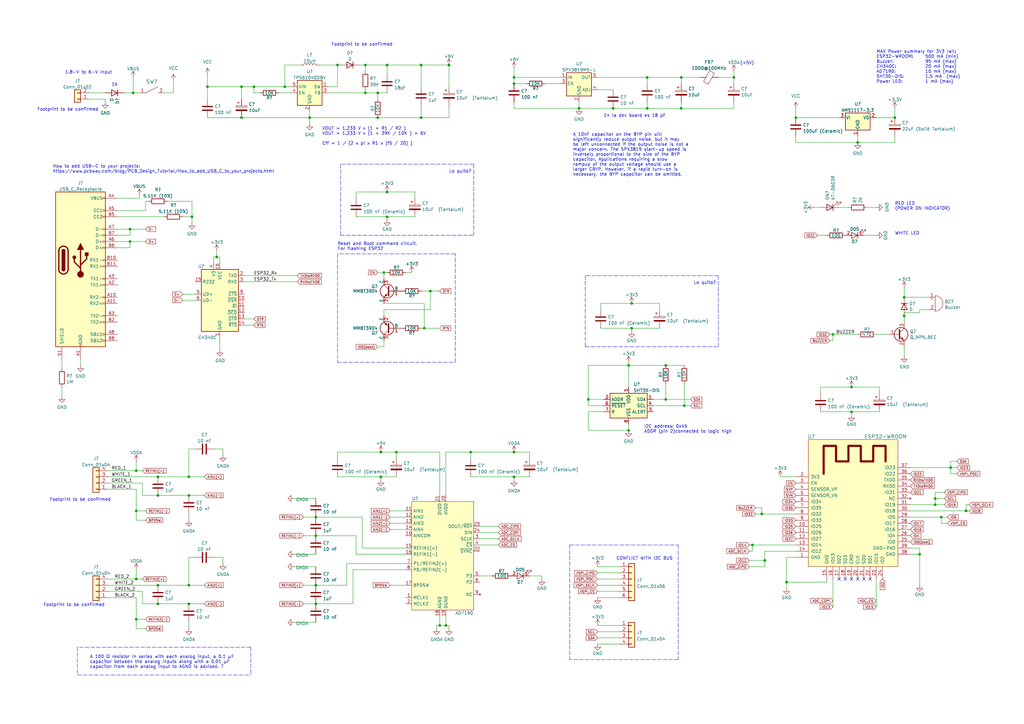
<source format=kicad_sch>
(kicad_sch (version 20211123) (generator eeschema)
  (paper "A3")
  (junction (at 326.39 48.26))
  (junction (at 349.25 168.91))
  (junction (at 386.08 212.09))
  (junction (at 129.54 240.03))
  (junction (at 172.72 48.26))
  (junction (at 349.25 158.75))
  (junction (at 157.48 111.76))
  (junction (at 129.54 219.71))
  (junction (at 265.43 44.45))
  (junction (at 322.58 238.76))
  (junction (at 210.82 185.42))
  (junction (at 55.88 193.04))
  (junction (at 162.56 185.42))
  (junction (at 487.68 83.82))
  (junction (at 279.4 44.45))
  (junction (at 129.54 212.09))
  (junction (at 88.9 105.41))
  (junction (at 377.19 227.33))
  (junction (at 210.82 31.75))
  (junction (at 370.84 129.54))
  (junction (at 210.82 34.29))
  (junction (at 154.94 38.1))
  (junction (at 129.54 247.65))
  (junction (at 273.05 149.86))
  (junction (at 396.24 209.55))
  (junction (at 445.77 83.82))
  (junction (at 53.34 93.98))
  (junction (at 149.86 26.67))
  (junction (at 440.69 91.44))
  (junction (at 182.88 256.54))
  (junction (at 273.05 163.83))
  (junction (at 149.86 38.1))
  (junction (at 440.69 54.61))
  (junction (at 173.99 134.62))
  (junction (at 279.4 31.75))
  (junction (at 85.09 35.56))
  (junction (at 457.2 46.99))
  (junction (at 156.21 195.58))
  (junction (at 464.82 93.98))
  (junction (at 464.82 25.4))
  (junction (at 259.08 134.62))
  (junction (at 158.75 26.67))
  (junction (at 457.2 83.82))
  (junction (at 367.03 48.26))
  (junction (at 308.61 223.52))
  (junction (at 487.68 46.99))
  (junction (at 64.77 203.2))
  (junction (at 265.43 31.75))
  (junction (at 259.08 124.46))
  (junction (at 440.69 57.15))
  (junction (at 440.69 46.99))
  (junction (at 104.14 35.56))
  (junction (at 351.79 58.42))
  (junction (at 480.06 15.24))
  (junction (at 389.89 191.77))
  (junction (at 77.47 240.03))
  (junction (at 156.21 185.42))
  (junction (at 457.2 86.36))
  (junction (at 176.53 119.38))
  (junction (at 440.69 83.82))
  (junction (at 313.69 229.87))
  (junction (at 445.77 46.99))
  (junction (at 440.69 93.98))
  (junction (at 180.34 256.54))
  (junction (at 77.47 203.2))
  (junction (at 138.43 26.67))
  (junction (at 158.75 88.9))
  (junction (at 210.82 195.58))
  (junction (at 64.77 247.65))
  (junction (at 184.15 26.67))
  (junction (at 237.49 44.45))
  (junction (at 193.04 185.42))
  (junction (at 77.47 195.58))
  (junction (at 172.72 26.67))
  (junction (at 341.63 137.16))
  (junction (at 53.34 99.06))
  (junction (at 158.75 78.74))
  (junction (at 99.06 48.26))
  (junction (at 457.2 49.53))
  (junction (at 370.84 121.92))
  (junction (at 383.54 207.01))
  (junction (at 241.3 163.83))
  (junction (at 64.77 195.58))
  (junction (at 491.49 83.82))
  (junction (at 127 48.26))
  (junction (at 55.88 209.55))
  (junction (at 280.67 166.37))
  (junction (at 78.74 88.9))
  (junction (at 55.88 237.49))
  (junction (at 55.88 254))
  (junction (at 300.99 31.75))
  (junction (at 464.82 57.15))
  (junction (at 77.47 247.65))
  (junction (at 491.49 46.99))
  (junction (at 257.81 149.86))
  (junction (at 64.77 240.03))
  (junction (at 116.84 35.56))
  (junction (at 383.54 204.47))
  (junction (at 251.46 44.45))
  (junction (at 54.61 38.1))
  (junction (at 312.42 210.82))
  (junction (at 99.06 35.56))
  (junction (at 439.42 15.24))
  (junction (at 154.94 48.26))
  (junction (at 257.81 176.53))
  (no_connect (at 346.71 237.49))
  (no_connect (at 349.25 237.49))
  (no_connect (at 354.33 237.49))
  (no_connect (at 356.87 237.49))
  (no_connect (at 351.79 237.49))
  (no_connect (at 344.17 237.49))
  (wire (pts (xy 172.72 26.67) (xy 172.72 35.56)))
  (wire (pts (xy 173.99 124.46) (xy 173.99 134.62)))
  (wire (pts (xy 439.42 25.4) (xy 439.42 22.86)))
  (wire (pts (xy 77.47 210.82) (xy 77.47 213.36)))
  (wire (pts (xy 85.09 35.56) (xy 85.09 40.64)))
  (wire (pts (xy 129.54 240.03) (xy 142.24 240.03)))
  (wire (pts (xy 55.88 237.49) (xy 58.42 237.49)))
  (wire (pts (xy 58.42 242.57) (xy 58.42 247.65)))
  (wire (pts (xy 36.83 38.1) (xy 43.18 38.1)))
  (wire (pts (xy 100.33 133.35) (xy 104.14 133.35)))
  (polyline (pts (xy 102.87 265.43) (xy 31.75 265.43)))
  (wire (pts (xy 387.35 201.93) (xy 383.54 201.93)))
  (wire (pts (xy 44.45 237.49) (xy 55.88 237.49)))
  (wire (pts (xy 172.72 134.62) (xy 173.99 134.62)))
  (wire (pts (xy 157.48 124.46) (xy 173.99 124.46)))
  (wire (pts (xy 124.46 219.71) (xy 129.54 219.71)))
  (wire (pts (xy 160.02 214.63) (xy 166.37 214.63)))
  (wire (pts (xy 457.2 91.44) (xy 464.82 91.44)))
  (wire (pts (xy 180.34 203.2) (xy 180.34 185.42)))
  (wire (pts (xy 336.55 168.91) (xy 349.25 168.91)))
  (wire (pts (xy 48.26 88.9) (xy 67.31 88.9)))
  (wire (pts (xy 309.88 208.28) (xy 312.42 208.28)))
  (wire (pts (xy 99.06 35.56) (xy 85.09 35.56)))
  (wire (pts (xy 210.82 31.75) (xy 210.82 34.29)))
  (wire (pts (xy 388.62 212.09) (xy 386.08 212.09)))
  (wire (pts (xy 154.94 38.1) (xy 158.75 38.1)))
  (wire (pts (xy 300.99 41.91) (xy 300.99 44.45)))
  (wire (pts (xy 147.32 26.67) (xy 149.86 26.67)))
  (wire (pts (xy 154.94 142.24) (xy 157.48 142.24)))
  (wire (pts (xy 55.88 237.49) (xy 55.88 233.68)))
  (wire (pts (xy 241.3 176.53) (xy 257.81 176.53)))
  (wire (pts (xy 33.02 147.32) (xy 33.02 149.86)))
  (wire (pts (xy 48.26 99.06) (xy 53.34 99.06)))
  (wire (pts (xy 351.79 58.42) (xy 326.39 58.42)))
  (wire (pts (xy 160.02 240.03) (xy 166.37 240.03)))
  (wire (pts (xy 64.77 247.65) (xy 77.47 247.65)))
  (wire (pts (xy 389.89 194.31) (xy 392.43 194.31)))
  (wire (pts (xy 146.05 78.74) (xy 158.75 78.74)))
  (wire (pts (xy 59.69 86.36) (xy 59.69 82.55)))
  (wire (pts (xy 439.42 11.43) (xy 439.42 15.24)))
  (wire (pts (xy 43.18 40.64) (xy 43.18 41.91)))
  (wire (pts (xy 210.82 27.94) (xy 210.82 31.75)))
  (wire (pts (xy 377.19 128.27) (xy 370.84 128.27)))
  (wire (pts (xy 53.34 99.06) (xy 59.69 99.06)))
  (polyline (pts (xy 278.13 270.51) (xy 233.68 270.51)))
  (wire (pts (xy 160.02 212.09) (xy 166.37 212.09)))
  (wire (pts (xy 149.86 38.1) (xy 154.94 38.1)))
  (wire (pts (xy 74.93 88.9) (xy 78.74 88.9)))
  (wire (pts (xy 134.62 38.1) (xy 149.86 38.1)))
  (wire (pts (xy 457.2 49.53) (xy 464.82 49.53)))
  (wire (pts (xy 172.72 119.38) (xy 176.53 119.38)))
  (wire (pts (xy 241.3 168.91) (xy 241.3 176.53)))
  (wire (pts (xy 196.85 215.9) (xy 204.47 215.9)))
  (wire (pts (xy 55.88 200.66) (xy 55.88 209.55)))
  (wire (pts (xy 64.77 203.2) (xy 77.47 203.2)))
  (wire (pts (xy 313.69 232.41) (xy 313.69 229.87)))
  (polyline (pts (xy 139.7 67.31) (xy 139.7 96.52)))
  (wire (pts (xy 55.88 213.36) (xy 59.69 213.36)))
  (wire (pts (xy 440.69 57.15) (xy 464.82 57.15)))
  (polyline (pts (xy 194.31 67.31) (xy 139.7 67.31)))
  (wire (pts (xy 146.05 88.9) (xy 158.75 88.9)))
  (wire (pts (xy 55.88 209.55) (xy 55.88 213.36)))
  (wire (pts (xy 336.55 158.75) (xy 349.25 158.75)))
  (wire (pts (xy 367.03 58.42) (xy 367.03 55.88)))
  (wire (pts (xy 265.43 44.45) (xy 265.43 41.91)))
  (wire (pts (xy 71.12 33.02) (xy 71.12 38.1)))
  (wire (pts (xy 373.38 227.33) (xy 377.19 227.33)))
  (wire (pts (xy 294.64 31.75) (xy 300.99 31.75)))
  (wire (pts (xy 377.19 227.33) (xy 377.19 240.03)))
  (wire (pts (xy 144.78 233.68) (xy 166.37 233.68)))
  (wire (pts (xy 487.68 83.82) (xy 491.49 83.82)))
  (wire (pts (xy 138.43 26.67) (xy 139.7 26.67)))
  (wire (pts (xy 87.63 228.6) (xy 91.44 228.6)))
  (wire (pts (xy 383.54 204.47) (xy 383.54 207.01)))
  (wire (pts (xy 440.69 80.01) (xy 440.69 83.82)))
  (wire (pts (xy 124.46 247.65) (xy 129.54 247.65)))
  (wire (pts (xy 389.89 191.77) (xy 392.43 191.77)))
  (wire (pts (xy 53.34 101.6) (xy 53.34 99.06)))
  (wire (pts (xy 222.25 236.22) (xy 222.25 237.49)))
  (wire (pts (xy 377.19 224.79) (xy 377.19 227.33)))
  (wire (pts (xy 434.34 91.44) (xy 440.69 91.44)))
  (wire (pts (xy 457.2 46.99) (xy 457.2 49.53)))
  (wire (pts (xy 313.69 226.06) (xy 326.39 226.06)))
  (wire (pts (xy 138.43 35.56) (xy 138.43 26.67)))
  (wire (pts (xy 351.79 58.42) (xy 367.03 58.42)))
  (wire (pts (xy 246.38 134.62) (xy 259.08 134.62)))
  (wire (pts (xy 259.08 124.46) (xy 270.51 124.46)))
  (wire (pts (xy 25.4 147.32) (xy 25.4 151.13)))
  (wire (pts (xy 127 48.26) (xy 154.94 48.26)))
  (wire (pts (xy 487.68 46.99) (xy 491.49 46.99)))
  (wire (pts (xy 241.3 163.83) (xy 241.3 149.86)))
  (wire (pts (xy 270.51 127) (xy 270.51 124.46)))
  (wire (pts (xy 464.82 93.98) (xy 466.09 93.98)))
  (wire (pts (xy 77.47 240.03) (xy 77.47 228.6)))
  (wire (pts (xy 335.28 96.52) (xy 339.09 96.52)))
  (wire (pts (xy 267.97 163.83) (xy 273.05 163.83)))
  (wire (pts (xy 157.48 111.76) (xy 157.48 114.3)))
  (wire (pts (xy 182.88 256.54) (xy 184.15 256.54)))
  (wire (pts (xy 397.51 207.01) (xy 396.24 207.01)))
  (wire (pts (xy 247.65 168.91) (xy 241.3 168.91)))
  (wire (pts (xy 129.54 219.71) (xy 146.05 219.71)))
  (wire (pts (xy 55.88 193.04) (xy 58.42 193.04)))
  (wire (pts (xy 440.69 93.98) (xy 464.82 93.98)))
  (wire (pts (xy 464.82 25.4) (xy 439.42 25.4)))
  (wire (pts (xy 387.35 204.47) (xy 383.54 204.47)))
  (polyline (pts (xy 233.68 223.52) (xy 233.68 270.51)))
  (wire (pts (xy 156.21 185.42) (xy 162.56 185.42)))
  (wire (pts (xy 124.46 240.03) (xy 129.54 240.03)))
  (wire (pts (xy 116.84 35.56) (xy 104.14 35.56)))
  (wire (pts (xy 77.47 228.6) (xy 80.01 228.6)))
  (wire (pts (xy 496.57 43.18) (xy 496.57 46.99)))
  (wire (pts (xy 440.69 59.69) (xy 440.69 57.15)))
  (wire (pts (xy 370.84 146.05) (xy 370.84 142.24)))
  (wire (pts (xy 381 127) (xy 377.19 127)))
  (wire (pts (xy 389.89 191.77) (xy 389.89 189.23)))
  (wire (pts (xy 173.99 134.62) (xy 180.34 134.62)))
  (wire (pts (xy 464.82 25.4) (xy 464.82 22.86)))
  (wire (pts (xy 154.94 48.26) (xy 172.72 48.26)))
  (wire (pts (xy 472.44 15.24) (xy 480.06 15.24)))
  (wire (pts (xy 77.47 195.58) (xy 83.82 195.58)))
  (wire (pts (xy 246.38 124.46) (xy 259.08 124.46)))
  (wire (pts (xy 120.65 232.41) (xy 129.54 232.41)))
  (wire (pts (xy 308.61 226.06) (xy 308.61 223.52)))
  (wire (pts (xy 457.2 83.82) (xy 457.2 86.36)))
  (wire (pts (xy 237.49 44.45) (xy 237.49 41.91)))
  (wire (pts (xy 36.83 40.64) (xy 43.18 40.64)))
  (wire (pts (xy 156.21 195.58) (xy 156.21 196.85)))
  (wire (pts (xy 138.43 195.58) (xy 156.21 195.58)))
  (wire (pts (xy 340.36 137.16) (xy 341.63 137.16)))
  (wire (pts (xy 193.04 185.42) (xy 210.82 185.42)))
  (wire (pts (xy 116.84 35.56) (xy 116.84 26.67)))
  (wire (pts (xy 300.99 31.75) (xy 300.99 34.29)))
  (wire (pts (xy 440.69 93.98) (xy 440.69 91.44)))
  (wire (pts (xy 114.3 38.1) (xy 119.38 38.1)))
  (wire (pts (xy 180.34 252.73) (xy 180.34 256.54)))
  (wire (pts (xy 485.14 46.99) (xy 487.68 46.99)))
  (wire (pts (xy 251.46 44.45) (xy 265.43 44.45)))
  (wire (pts (xy 85.09 48.26) (xy 99.06 48.26)))
  (wire (pts (xy 485.14 91.44) (xy 491.49 91.44)))
  (wire (pts (xy 280.67 157.48) (xy 280.67 166.37)))
  (wire (pts (xy 77.47 247.65) (xy 83.82 247.65)))
  (wire (pts (xy 265.43 31.75) (xy 279.4 31.75)))
  (wire (pts (xy 172.72 48.26) (xy 184.15 48.26)))
  (wire (pts (xy 176.53 119.38) (xy 180.34 119.38)))
  (wire (pts (xy 313.69 229.87) (xy 313.69 226.06)))
  (wire (pts (xy 87.63 184.15) (xy 91.44 184.15)))
  (wire (pts (xy 77.47 240.03) (xy 83.82 240.03)))
  (wire (pts (xy 359.41 248.92) (xy 359.41 237.49)))
  (wire (pts (xy 120.65 255.27) (xy 129.54 255.27)))
  (wire (pts (xy 156.21 195.58) (xy 162.56 195.58)))
  (wire (pts (xy 485.14 49.53) (xy 487.68 49.53)))
  (wire (pts (xy 196.85 223.52) (xy 204.47 223.52)))
  (wire (pts (xy 154.94 111.76) (xy 157.48 111.76)))
  (wire (pts (xy 341.63 137.16) (xy 351.79 137.16)))
  (wire (pts (xy 464.82 25.4) (xy 480.06 25.4)))
  (wire (pts (xy 44.45 193.04) (xy 55.88 193.04)))
  (wire (pts (xy 370.84 121.92) (xy 370.84 118.11)))
  (wire (pts (xy 377.19 127) (xy 377.19 128.27)))
  (wire (pts (xy 182.88 203.2) (xy 182.88 185.42)))
  (wire (pts (xy 381 121.92) (xy 370.84 121.92)))
  (wire (pts (xy 307.34 232.41) (xy 313.69 232.41)))
  (wire (pts (xy 149.86 26.67) (xy 158.75 26.67)))
  (wire (pts (xy 241.3 163.83) (xy 247.65 163.83)))
  (wire (pts (xy 440.69 83.82) (xy 445.77 83.82)))
  (wire (pts (xy 496.57 80.01) (xy 496.57 83.82)))
  (wire (pts (xy 273.05 157.48) (xy 273.05 163.83)))
  (wire (pts (xy 99.06 35.56) (xy 104.14 35.56)))
  (polyline (pts (xy 233.68 223.52) (xy 278.13 223.52)))
  (wire (pts (xy 373.38 224.79) (xy 377.19 224.79)))
  (wire (pts (xy 58.42 247.65) (xy 64.77 247.65)))
  (wire (pts (xy 124.46 212.09) (xy 129.54 212.09)))
  (wire (pts (xy 351.79 58.42) (xy 351.79 55.88)))
  (wire (pts (xy 55.88 193.04) (xy 55.88 189.23)))
  (wire (pts (xy 386.08 212.09) (xy 373.38 212.09)))
  (wire (pts (xy 78.74 82.55) (xy 78.74 88.9)))
  (wire (pts (xy 127 48.26) (xy 127 50.8)))
  (wire (pts (xy 77.47 203.2) (xy 83.82 203.2)))
  (wire (pts (xy 85.09 35.56) (xy 85.09 30.48)))
  (wire (pts (xy 138.43 26.67) (xy 130.81 26.67)))
  (wire (pts (xy 359.41 137.16) (xy 363.22 137.16)))
  (wire (pts (xy 457.2 54.61) (xy 464.82 54.61)))
  (wire (pts (xy 184.15 256.54) (xy 184.15 257.81)))
  (wire (pts (xy 257.81 176.53) (xy 257.81 173.99)))
  (wire (pts (xy 344.17 85.09) (xy 347.98 85.09)))
  (wire (pts (xy 57.15 81.28) (xy 57.15 80.01)))
  (wire (pts (xy 58.42 198.12) (xy 58.42 203.2)))
  (wire (pts (xy 326.39 228.6) (xy 322.58 228.6)))
  (wire (pts (xy 370.84 129.54) (xy 370.84 132.08)))
  (wire (pts (xy 87.63 107.95) (xy 87.63 105.41)))
  (wire (pts (xy 396.24 209.55) (xy 373.38 209.55)))
  (wire (pts (xy 196.85 218.44) (xy 204.47 218.44)))
  (wire (pts (xy 106.68 38.1) (xy 104.14 38.1)))
  (wire (pts (xy 172.72 43.18) (xy 172.72 48.26)))
  (wire (pts (xy 245.11 245.11) (xy 254 245.11)))
  (wire (pts (xy 245.11 264.16) (xy 254 264.16)))
  (wire (pts (xy 154.94 38.1) (xy 154.94 40.64)))
  (wire (pts (xy 245.11 232.41) (xy 254 232.41)))
  (wire (pts (xy 326.39 58.42) (xy 326.39 55.88)))
  (wire (pts (xy 312.42 208.28) (xy 312.42 210.82)))
  (wire (pts (xy 257.81 148.59) (xy 257.81 149.86)))
  (wire (pts (xy 134.62 35.56) (xy 138.43 35.56)))
  (wire (pts (xy 116.84 26.67) (xy 123.19 26.67)))
  (wire (pts (xy 146.05 227.33) (xy 146.05 219.71)))
  (wire (pts (xy 80.01 120.65) (xy 74.93 120.65)))
  (wire (pts (xy 373.38 191.77) (xy 389.89 191.77)))
  (wire (pts (xy 100.33 113.03) (xy 121.92 113.03)))
  (wire (pts (xy 100.33 130.81) (xy 104.14 130.81)))
  (wire (pts (xy 104.14 38.1) (xy 104.14 35.56)))
  (wire (pts (xy 279.4 31.75) (xy 279.4 34.29)))
  (wire (pts (xy 245.11 31.75) (xy 265.43 31.75)))
  (wire (pts (xy 54.61 38.1) (xy 57.15 38.1)))
  (wire (pts (xy 64.77 240.03) (xy 77.47 240.03)))
  (wire (pts (xy 344.17 48.26) (xy 326.39 48.26)))
  (wire (pts (xy 162.56 187.96) (xy 162.56 185.42)))
  (wire (pts (xy 166.37 111.76) (xy 168.91 111.76)))
  (wire (pts (xy 180.34 256.54) (xy 179.07 256.54)))
  (wire (pts (xy 445.77 83.82) (xy 457.2 83.82)))
  (wire (pts (xy 241.3 166.37) (xy 241.3 163.83)))
  (wire (pts (xy 359.41 48.26) (xy 367.03 48.26)))
  (wire (pts (xy 80.01 123.19) (xy 74.93 123.19)))
  (wire (pts (xy 360.68 161.29) (xy 360.68 158.75)))
  (wire (pts (xy 340.36 139.7) (xy 341.63 139.7)))
  (wire (pts (xy 355.6 85.09) (xy 359.41 85.09)))
  (polyline (pts (xy 138.43 104.14) (xy 138.43 148.59)))
  (wire (pts (xy 44.45 195.58) (xy 64.77 195.58)))
  (wire (pts (xy 279.4 44.45) (xy 300.99 44.45)))
  (wire (pts (xy 158.75 26.67) (xy 172.72 26.67)))
  (wire (pts (xy 245.11 242.57) (xy 254 242.57)))
  (wire (pts (xy 120.65 204.47) (xy 129.54 204.47)))
  (wire (pts (xy 334.01 85.09) (xy 336.55 85.09)))
  (wire (pts (xy 354.33 96.52) (xy 359.41 96.52)))
  (wire (pts (xy 257.81 149.86) (xy 257.81 158.75)))
  (wire (pts (xy 149.86 26.67) (xy 149.86 29.21)))
  (wire (pts (xy 158.75 78.74) (xy 170.18 78.74)))
  (wire (pts (xy 59.69 82.55) (xy 60.96 82.55)))
  (wire (pts (xy 182.88 252.73) (xy 182.88 256.54)))
  (wire (pts (xy 196.85 236.22) (xy 201.93 236.22)))
  (wire (pts (xy 237.49 44.45) (xy 251.46 44.45)))
  (wire (pts (xy 307.34 229.87) (xy 313.69 229.87)))
  (wire (pts (xy 91.44 184.15) (xy 91.44 186.69)))
  (wire (pts (xy 44.45 242.57) (xy 58.42 242.57)))
  (polyline (pts (xy 139.7 96.52) (xy 194.31 96.52)))
  (wire (pts (xy 339.09 237.49) (xy 339.09 238.76)))
  (wire (pts (xy 55.88 209.55) (xy 59.69 209.55)))
  (wire (pts (xy 440.69 91.44) (xy 445.77 91.44)))
  (polyline (pts (xy 31.75 265.43) (xy 31.75 276.86)))
  (wire (pts (xy 245.11 237.49) (xy 254 237.49)))
  (wire (pts (xy 215.9 34.29) (xy 210.82 34.29)))
  (wire (pts (xy 55.88 257.81) (xy 59.69 257.81)))
  (wire (pts (xy 349.25 168.91) (xy 349.25 170.18)))
  (wire (pts (xy 138.43 185.42) (xy 156.21 185.42)))
  (wire (pts (xy 127 45.72) (xy 127 48.26)))
  (wire (pts (xy 90.17 105.41) (xy 90.17 107.95)))
  (wire (pts (xy 349.25 158.75) (xy 360.68 158.75)))
  (wire (pts (xy 193.04 195.58) (xy 210.82 195.58)))
  (wire (pts (xy 210.82 195.58) (xy 217.17 195.58)))
  (wire (pts (xy 68.58 82.55) (xy 78.74 82.55)))
  (wire (pts (xy 166.37 224.79) (xy 148.59 224.79)))
  (wire (pts (xy 457.2 15.24) (xy 439.42 15.24)))
  (wire (pts (xy 491.49 46.99) (xy 496.57 46.99)))
  (wire (pts (xy 217.17 236.22) (xy 222.25 236.22)))
  (wire (pts (xy 280.67 166.37) (xy 283.21 166.37)))
  (wire (pts (xy 53.34 93.98) (xy 59.69 93.98)))
  (wire (pts (xy 149.86 36.83) (xy 149.86 38.1)))
  (wire (pts (xy 210.82 31.75) (xy 229.87 31.75)))
  (wire (pts (xy 184.15 48.26) (xy 184.15 43.18)))
  (wire (pts (xy 210.82 41.91) (xy 210.82 44.45)))
  (wire (pts (xy 245.11 261.62) (xy 254 261.62)))
  (wire (pts (xy 307.34 226.06) (xy 308.61 226.06)))
  (wire (pts (xy 386.08 214.63) (xy 386.08 212.09)))
  (wire (pts (xy 217.17 187.96) (xy 217.17 185.42)))
  (wire (pts (xy 54.61 31.75) (xy 54.61 38.1)))
  (wire (pts (xy 44.45 245.11) (xy 55.88 245.11)))
  (wire (pts (xy 279.4 44.45) (xy 279.4 41.91)))
  (polyline (pts (xy 102.87 265.43) (xy 102.87 276.86)))
  (wire (pts (xy 307.34 223.52) (xy 308.61 223.52)))
  (wire (pts (xy 341.63 248.92) (xy 341.63 237.49)))
  (wire (pts (xy 210.82 195.58) (xy 210.82 196.85)))
  (wire (pts (xy 55.88 254) (xy 59.69 254)))
  (wire (pts (xy 78.74 88.9) (xy 78.74 91.44)))
  (wire (pts (xy 457.2 91.44) (xy 457.2 86.36)))
  (wire (pts (xy 67.31 38.1) (xy 71.12 38.1)))
  (wire (pts (xy 259.08 134.62) (xy 259.08 135.89)))
  (wire (pts (xy 157.48 142.24) (xy 157.48 139.7)))
  (wire (pts (xy 184.15 26.67) (xy 184.15 35.56)))
  (wire (pts (xy 77.47 255.27) (xy 77.47 257.81)))
  (wire (pts (xy 157.48 111.76) (xy 158.75 111.76)))
  (wire (pts (xy 166.37 227.33) (xy 146.05 227.33)))
  (polyline (pts (xy 186.69 148.59) (xy 186.69 104.14)))
  (wire (pts (xy 279.4 31.75) (xy 287.02 31.75)))
  (wire (pts (xy 87.63 105.41) (xy 88.9 105.41)))
  (wire (pts (xy 336.55 158.75) (xy 336.55 161.29)))
  (wire (pts (xy 485.14 54.61) (xy 491.49 54.61)))
  (wire (pts (xy 44.45 240.03) (xy 64.77 240.03)))
  (wire (pts (xy 265.43 31.75) (xy 265.43 34.29)))
  (polyline (pts (xy 240.03 142.24) (xy 294.64 142.24)))
  (wire (pts (xy 434.34 83.82) (xy 440.69 83.82)))
  (wire (pts (xy 55.88 245.11) (xy 55.88 254)))
  (wire (pts (xy 99.06 48.26) (xy 127 48.26)))
  (polyline (pts (xy 31.75 276.86) (xy 102.87 276.86)))
  (wire (pts (xy 464.82 57.15) (xy 466.09 57.15)))
  (wire (pts (xy 300.99 31.75) (xy 300.99 29.21)))
  (wire (pts (xy 457.2 46.99) (xy 464.82 46.99)))
  (wire (pts (xy 273.05 163.83) (xy 283.21 163.83)))
  (polyline (pts (xy 186.69 104.14) (xy 138.43 104.14)))
  (wire (pts (xy 487.68 49.53) (xy 487.68 46.99)))
  (polyline (pts (xy 138.43 148.59) (xy 186.69 148.59)))
  (wire (pts (xy 339.09 238.76) (xy 322.58 238.76)))
  (wire (pts (xy 90.17 138.43) (xy 90.17 143.51)))
  (wire (pts (xy 157.48 127) (xy 176.53 127)))
  (wire (pts (xy 265.43 44.45) (xy 279.4 44.45)))
  (wire (pts (xy 77.47 195.58) (xy 77.47 184.15)))
  (wire (pts (xy 389.89 189.23) (xy 392.43 189.23)))
  (wire (pts (xy 322.58 228.6) (xy 322.58 238.76)))
  (wire (pts (xy 138.43 187.96) (xy 138.43 185.42)))
  (wire (pts (xy 485.14 83.82) (xy 487.68 83.82)))
  (wire (pts (xy 170.18 81.28) (xy 170.18 78.74)))
  (wire (pts (xy 383.54 201.93) (xy 383.54 204.47)))
  (wire (pts (xy 457.2 86.36) (xy 464.82 86.36)))
  (wire (pts (xy 434.34 54.61) (xy 440.69 54.61)))
  (wire (pts (xy 162.56 185.42) (xy 180.34 185.42)))
  (wire (pts (xy 370.84 128.27) (xy 370.84 129.54)))
  (wire (pts (xy 184.15 26.67) (xy 172.72 26.67)))
  (wire (pts (xy 77.47 184.15) (xy 80.01 184.15)))
  (polyline (pts (xy 294.64 142.24) (xy 294.64 113.03)))
  (wire (pts (xy 120.65 227.33) (xy 129.54 227.33)))
  (wire (pts (xy 257.81 149.86) (xy 273.05 149.86)))
  (wire (pts (xy 383.54 207.01) (xy 373.38 207.01)))
  (wire (pts (xy 196.85 220.98) (xy 204.47 220.98)))
  (wire (pts (xy 48.26 101.6) (xy 53.34 101.6)))
  (wire (pts (xy 166.37 231.14) (xy 142.24 231.14)))
  (wire (pts (xy 160.02 217.17) (xy 166.37 217.17)))
  (wire (pts (xy 64.77 195.58) (xy 77.47 195.58)))
  (wire (pts (xy 245.11 234.95) (xy 254 234.95)))
  (wire (pts (xy 129.54 247.65) (xy 144.78 247.65)))
  (wire (pts (xy 457.2 83.82) (xy 464.82 83.82)))
  (wire (pts (xy 88.9 105.41) (xy 88.9 102.87)))
  (wire (pts (xy 116.84 35.56) (xy 119.38 35.56)))
  (wire (pts (xy 440.69 54.61) (xy 445.77 54.61)))
  (wire (pts (xy 480.06 25.4) (xy 480.06 22.86)))
  (wire (pts (xy 182.88 185.42) (xy 193.04 185.42)))
  (wire (pts (xy 158.75 88.9) (xy 170.18 88.9)))
  (polyline (pts (xy 278.13 223.52) (xy 278.13 270.51)))
  (wire (pts (xy 217.17 185.42) (xy 210.82 185.42)))
  (wire (pts (xy 50.8 38.1) (xy 54.61 38.1)))
  (wire (pts (xy 308.61 223.52) (xy 326.39 223.52)))
  (wire (pts (xy 58.42 203.2) (xy 64.77 203.2)))
  (polyline (pts (xy 240.03 113.03) (xy 240.03 142.24)))
  (wire (pts (xy 55.88 254) (xy 55.88 257.81)))
  (wire (pts (xy 48.26 93.98) (xy 53.34 93.98)))
  (wire (pts (xy 434.34 46.99) (xy 440.69 46.99)))
  (wire (pts (xy 144.78 247.65) (xy 144.78 233.68)))
  (wire (pts (xy 48.26 81.28) (xy 57.15 81.28)))
  (wire (pts (xy 245.11 240.03) (xy 254 240.03)))
  (wire (pts (xy 491.49 83.82) (xy 496.57 83.82)))
  (wire (pts (xy 158.75 26.67) (xy 158.75 30.48)))
  (wire (pts (xy 247.65 166.37) (xy 241.3 166.37)))
  (wire (pts (xy 88.9 105.41) (xy 90.17 105.41)))
  (wire (pts (xy 367.03 44.45) (xy 367.03 48.26)))
  (polyline (pts (xy 294.64 113.03) (xy 240.03 113.03)))
  (wire (pts (xy 100.33 115.57) (xy 121.92 115.57)))
  (wire (pts (xy 457.2 54.61) (xy 457.2 49.53)))
  (wire (pts (xy 179.07 256.54) (xy 179.07 257.81)))
  (wire (pts (xy 309.88 210.82) (xy 312.42 210.82)))
  (wire (pts (xy 44.45 198.12) (xy 58.42 198.12)))
  (wire (pts (xy 396.24 207.01) (xy 396.24 209.55)))
  (wire (pts (xy 259.08 134.62) (xy 270.51 134.62)))
  (wire (pts (xy 210.82 44.45) (xy 237.49 44.45)))
  (wire (pts (xy 440.69 96.52) (xy 440.69 93.98)))
  (wire (pts (xy 445.77 46.99) (xy 457.2 46.99)))
  (wire (pts (xy 326.39 44.45) (xy 326.39 48.26)))
  (wire (pts (xy 157.48 129.54) (xy 157.48 127)))
  (wire (pts (xy 397.51 209.55) (xy 396.24 209.55)))
  (wire (pts (xy 320.04 195.58) (xy 326.39 195.58)))
  (wire (pts (xy 312.42 210.82) (xy 326.39 210.82)))
  (wire (pts (xy 245.11 259.08) (xy 254 259.08)))
  (polyline (pts (xy 194.31 96.52) (xy 194.31 67.31)))
  (wire (pts (xy 341.63 139.7) (xy 341.63 137.16)))
  (wire (pts (xy 485.14 86.36) (xy 487.68 86.36)))
  (wire (pts (xy 48.26 96.52) (xy 53.34 96.52)))
  (wire (pts (xy 193.04 185.42) (xy 193.04 187.96)))
  (wire (pts (xy 48.26 86.36) (xy 59.69 86.36)))
  (wire (pts (xy 349.25 168.91) (xy 360.68 168.91)))
  (wire (pts (xy 241.3 149.86) (xy 257.81 149.86)))
  (wire (pts (xy 322.58 238.76) (xy 322.58 241.3)))
  (wire (pts (xy 148.59 224.79) (xy 148.59 212.09)))
  (wire (pts (xy 246.38 124.46) (xy 246.38 127)))
  (wire (pts (xy 480.06 11.43) (xy 480.06 15.24)))
  (wire (pts (xy 487.68 86.36) (xy 487.68 83.82)))
  (wire (pts (xy 176.53 127) (xy 176.53 119.38)))
  (wire (pts (xy 273.05 149.86) (xy 280.67 149.86)))
  (wire (pts (xy 245.11 36.83) (xy 251.46 36.83)))
  (wire (pts (xy 53.34 96.52) (xy 53.34 93.98)))
  (wire (pts (xy 25.4 158.75) (xy 25.4 162.56)))
  (wire (pts (xy 440.69 43.18) (xy 440.69 46.99)))
  (wire (pts (xy 223.52 34.29) (xy 229.87 34.29)))
  (wire (pts (xy 387.35 207.01) (xy 383.54 207.01)))
  (wire (pts (xy 389.89 191.77) (xy 389.89 194.31)))
  (wire (pts (xy 245.11 256.54) (xy 254 256.54)))
  (wire (pts (xy 267.97 166.37) (xy 280.67 166.37)))
  (wire (pts (xy 388.62 214.63) (xy 386.08 214.63)))
  (wire (pts (xy 44.45 200.66) (xy 55.88 200.66)))
  (wire (pts (xy 440.69 46.99) (xy 445.77 46.99)))
  (wire (pts (xy 99.06 35.56) (xy 99.06 40.64)))
  (wire (pts (xy 440.69 57.15) (xy 440.69 54.61)))
  (wire (pts (xy 180.34 256.54) (xy 182.88 256.54)))
  (wire (pts (xy 158.75 88.9) (xy 158.75 90.17)))
  (wire (pts (xy 129.54 212.09) (xy 148.59 212.09)))
  (wire (pts (xy 146.05 78.74) (xy 146.05 81.28)))
  (wire (pts (xy 142.24 231.14) (xy 142.24 240.03)))
  (wire (pts (xy 160.02 209.55) (xy 166.37 209.55)))
  (wire (pts (xy 91.44 228.6) (xy 91.44 231.14)))
  (text "1A" (at 45.72 35.56 0) (effects (font (size 1.27 1.27)) (justify left bottom)))
  (text "Reset and Boot command circuit.\nFor flashing ESP32" (at 138.43 102.87 0) (effects (font (size 1.27 1.27)) (justify left bottom)))
  (text "(+5V)" (at 303.53 26.67 0) (effects (font (size 1.27 1.27)) (justify left bottom)))
  (text "How to add USB-C to your projects:\nhttps://www.pcbway.com/blog/PCB_Design_Tutorial/How_to_add_USB_C_to_your_projects.html" (at 21.59 71.12 0) (effects (font (size 1.27 1.27)) (justify left bottom)))
  (text "MAX Power summary for 3V3 rail:\nESP32-WROOM: 	500 mA (min)\nBuzzer:			95 mA (max)\nCH340C:			20 mA (max)\nAD7190: 		10 mA (max)\nSHT30-DIS:   	1.5 mA  (max)\nPower LED:		1 mA (max)\n" (at 359.41 34.29 0) (effects (font (size 1.27 1.27)) (justify left bottom)))
  (text "Footprint to be confirmed" (at 17.78 248.92 0) (effects (font (size 1.27 1.27)) (justify left bottom)))
  (text "A 100 Ω resistor in series with each analog input, a 0.1 μF\ncapacitor between the analog inputs along with a 0.01 μF \ncapacitor from each analog input to AGND is advised. T" (at 36.83 274.32 0) (effects (font (size 1.27 1.27)) (justify left bottom)))
  (text "VOUT = 1.233 V x (1 + R1 / R2 )\nVOUT = 1.233 V x (1 + 39K / 10K ) = 6V\n\nCff = 1 / (2 x pi x R1 x (fS / 20) )" (at 132.08 59.69 0) (effects (font (size 1.27 1.27)) (justify left bottom)))
  (text "I2C address: 0x45\nADDR (pin 2)connected to logic high" (at 264.16 177.8 0) (effects (font (size 1.27 1.27)) (justify left bottom)))
  (text "RED LED\n(POWER ON INDICATOR)" (at 367.03 86.36 0) (effects (font (size 1.27 1.27)) (justify left bottom)))
  (text "En la dev board es 18 pF" (at 247.65 48.26 0) (effects (font (size 1.27 1.27)) (justify left bottom)))
  (text "Footprint to be confirmed" (at 20.32 205.74 0) (effects (font (size 1.27 1.27)) (justify left bottom)))
  (text "Footprint to be confirmed" (at 135.89 19.05 0) (effects (font (size 1.27 1.27)) (justify left bottom)))
  (text "WHITE LED" (at 367.03 96.52 0) (effects (font (size 1.27 1.27)) (justify left bottom)))
  (text "Lo quito?" (at 284.48 116.84 0) (effects (font (size 1.27 1.27)) (justify left bottom)))
  (text "Footprint to be confirmed" (at 15.24 45.72 0) (effects (font (size 1.27 1.27)) (justify left bottom)))
  (text "A 10nF capacitor on the BYP pin will\nsignificantly reduce output noise, but it may\nbe left unconnected if the output noise is not a\nmajor concern. The SPX3819 start-up speed is\ninversely proportional to the size of the BYP\ncapacitor. Applications requiring a slow\nrampup of the output voltage should use a\nlarger CBYP. However, if a rapid turn-on is\nnecessary, the BYP capacitor can be omitted. " (at 234.95 72.39 0) (effects (font (size 1.27 1.27)) (justify left bottom)))
  (text "CONFLICT WITH I2C BUS" (at 252.73 229.87 0) (effects (font (size 1.27 1.27)) (justify left bottom)))
  (text "1.8-V to 6-V Input" (at 26.67 30.48 0) (effects (font (size 1.27 1.27)) (justify left bottom)))
  (text "Lo quito?" (at 184.15 71.12 0) (effects (font (size 1.27 1.27)) (justify left bottom)))
  (text "Fixed output voltage: Vout±2%mV" (at 487.68 11.43 0) (effects (font (size 1.27 1.27)) (justify left bottom)))
  (label "BLACK_1" (at 45.72 200.66 0))
  (label "RED_1" (at 45.72 193.04 0))
  (label "BUZZER" (at 342.9 137.16 0))
  (label "WHITE_1" (at 45.72 195.58 0))
  (label "RED_2" (at 46.99 237.49 0))
  (label "GREEN_1" (at 45.72 198.12 0))
  (label "ESP32_Rx" (at 104.14 113.03 0))
  (label "WHITE_2" (at 46.99 240.03 0))
  (label "BLACK_2" (at 46.99 245.11 0))
  (label "GREEN_2" (at 46.99 242.57 0))
  (label "ESP32_Tx" (at 104.14 115.57 0))
  (global_label "ADC_SCLK" (shape input) (at 307.34 226.06 180) (effects (font (size 1 1))) (property "Intersheet References" "${INTERSHEET_REFS}" (effects hide)))
  (global_label "IO22" (shape input) (at 335.28 96.52 180) (effects (font (size 0.9906 0.9906))) (property "Intersheet References" "${INTERSHEET_REFS}" (effects hide)))
  (global_label "BPDSW" (shape input) (at 59.69 257.81 0) (effects (font (size 1 1))) (property "Intersheet References" "${INTERSHEET_REFS}" (effects hide)))
  (global_label "AIN1(+)" (shape input) (at 160.02 209.55 180) (effects (font (size 1 1))) (property "Intersheet References" "${INTERSHEET_REFS}" (effects hide)))
  (global_label "ADC_COPI" (shape input) (at 204.47 218.44 0) (effects (font (size 1 1))) (property "Intersheet References" "${INTERSHEET_REFS}" (effects hide)))
  (global_label "VSPI_CS" (shape input) (at 245.11 242.57 180) (effects (font (size 1 1))) (property "Intersheet References" "${INTERSHEET_REFS}" (effects hide)))
  (global_label "IO12" (shape input) (at 307.34 229.87 180) (effects (font (size 0.9906 0.9906))) (property "Intersheet References" "${INTERSHEET_REFS}" (effects hide)))
  (global_label "IO13" (shape input) (at 341.63 248.92 180) (effects (font (size 0.9906 0.9906))) (property "Intersheet References" "${INTERSHEET_REFS}" (effects hide)))
  (global_label "ADC_CS" (shape input) (at 359.41 246.38 180) (effects (font (size 1 1))) (property "Intersheet References" "${INTERSHEET_REFS}" (effects hide)))
  (global_label "IO19" (shape input) (at 387.35 207.01 0) (effects (font (size 0.9906 0.9906))) (property "Intersheet References" "${INTERSHEET_REFS}" (effects hide)))
  (global_label "ADC_CS" (shape input) (at 204.47 223.52 0) (effects (font (size 1 1))) (property "Intersheet References" "${INTERSHEET_REFS}" (effects hide)))
  (global_label "REFIN1(-)" (shape input) (at 59.69 209.55 0) (effects (font (size 1 1))) (property "Intersheet References" "${INTERSHEET_REFS}" (effects hide)))
  (global_label "IO27" (shape input) (at 326.39 220.98 180) (effects (font (size 0.9906 0.9906))) (property "Intersheet References" "${INTERSHEET_REFS}" (effects hide)))
  (global_label "BPDSW" (shape input) (at 160.02 240.03 180) (effects (font (size 1 1))) (property "Intersheet References" "${INTERSHEET_REFS}" (effects hide)))
  (global_label "BPDSW" (shape input) (at 59.69 213.36 0) (effects (font (size 1 1))) (property "Intersheet References" "${INTERSHEET_REFS}" (effects hide)))
  (global_label "VSPI_CIPO" (shape input) (at 387.35 201.93 0) (effects (font (size 1 1))) (property "Intersheet References" "${INTERSHEET_REFS}" (effects hide)))
  (global_label "VSPI_SCLK" (shape input) (at 245.11 240.03 180) (effects (font (size 1 1))) (property "Intersheet References" "${INTERSHEET_REFS}" (effects hide)))
  (global_label "EN" (shape input) (at 154.94 111.76 180) (effects (font (size 0.9906 0.9906))) (property "Intersheet References" "${INTERSHEET_REFS}" (effects hide)))
  (global_label "SDA" (shape input) (at 245.11 261.62 180) (effects (font (size 1 1))) (property "Intersheet References" "${INTERSHEET_REFS}" (effects hide)))
  (global_label "SCL" (shape input) (at 283.21 166.37 0) (effects (font (size 1 1))) (property "Intersheet References" "${INTERSHEET_REFS}" (effects hide)))
  (global_label "REFIN2(+)" (shape input) (at 58.42 237.49 0) (effects (font (size 1 1))) (property "Intersheet References" "${INTERSHEET_REFS}" (effects hide)))
  (global_label "ADC_CIPO" (shape input) (at 307.34 232.41 180) (effects (font (size 1 1))) (property "Intersheet References" "${INTERSHEET_REFS}" (effects hide)))
  (global_label "AIN2(+)" (shape input) (at 83.82 240.03 0) (effects (font (size 1 1))) (property "Intersheet References" "${INTERSHEET_REFS}" (effects hide)))
  (global_label "D+" (shape input) (at 74.93 120.65 180) (effects (font (size 1 1))) (property "Intersheet References" "${INTERSHEET_REFS}" (effects hide)))
  (global_label "D-" (shape input) (at 59.69 93.98 0) (effects (font (size 1 1))) (property "Intersheet References" "${INTERSHEET_REFS}" (effects hide)))
  (global_label "ADC_SCLK" (shape input) (at 204.47 220.98 0) (effects (font (size 1 1))) (property "Intersheet References" "${INTERSHEET_REFS}" (effects hide)))
  (global_label "VSPI_POCI" (shape input) (at 245.11 237.49 180) (effects (font (size 1 1))) (property "Intersheet References" "${INTERSHEET_REFS}" (effects hide)))
  (global_label "REFIN2(-)" (shape input) (at 59.69 254 0) (effects (font (size 1 1))) (property "Intersheet References" "${INTERSHEET_REFS}" (effects hide)))
  (global_label "ADC_CIPO" (shape input) (at 204.47 215.9 0) (effects (font (size 1 1))) (property "Intersheet References" "${INTERSHEET_REFS}" (effects hide)))
  (global_label "VSPI_CS" (shape input) (at 388.62 214.63 0) (effects (font (size 1 1))) (property "Intersheet References" "${INTERSHEET_REFS}" (effects hide)))
  (global_label "SVP" (shape input) (at 326.39 200.66 180) (effects (font (size 0.9906 0.9906))) (property "Intersheet References" "${INTERSHEET_REFS}" (effects hide)))
  (global_label "BUZZER" (shape input) (at 340.36 139.7 180) (effects (font (size 1 1))) (property "Intersheet References" "${INTERSHEET_REFS}" (effects hide)))
  (global_label "RXDtoTXD0" (shape input) (at 121.92 115.57 0) (effects (font (size 0.9906 0.9906))) (property "Intersheet References" "${INTERSHEET_REFS}" (effects hide)))
  (global_label "SDA" (shape input) (at 283.21 163.83 0) (effects (font (size 1 1))) (property "Intersheet References" "${INTERSHEET_REFS}" (effects hide)))
  (global_label "IO35" (shape input) (at 326.39 208.28 180) (effects (font (size 0.9906 0.9906))) (property "Intersheet References" "${INTERSHEET_REFS}" (effects hide)))
  (global_label "VSPI_POCI" (shape input) (at 392.43 194.31 0) (effects (font (size 1 1))) (property "Intersheet References" "${INTERSHEET_REFS}" (effects hide)))
  (global_label "ADC_COPI" (shape input) (at 341.63 246.38 180) (effects (font (size 1 1))) (property "Intersheet References" "${INTERSHEET_REFS}" (effects hide)))
  (global_label "IO14" (shape input) (at 307.34 223.52 180) (effects (font (size 0.9906 0.9906))) (property "Intersheet References" "${INTERSHEET_REFS}" (effects hide)))
  (global_label "AIN1(-)" (shape input) (at 83.82 203.2 0) (effects (font (size 1 1))) (property "Intersheet References" "${INTERSHEET_REFS}" (effects hide)))
  (global_label "RTS" (shape input) (at 180.34 134.62 0) (effects (font (size 0.9906 0.9906))) (property "Intersheet References" "${INTERSHEET_REFS}" (effects hide)))
  (global_label "IO25" (shape input) (at 326.39 215.9 180) (effects (font (size 0.9906 0.9906))) (property "Intersheet References" "${INTERSHEET_REFS}" (effects hide)))
  (global_label "DTR" (shape input) (at 180.34 119.38 0) (effects (font (size 0.9906 0.9906))) (property "Intersheet References" "${INTERSHEET_REFS}" (effects hide)))
  (global_label "REFIN1(+)" (shape input) (at 124.46 212.09 180) (effects (font (size 1 1))) (property "Intersheet References" "${INTERSHEET_REFS}" (effects hide)))
  (global_label "SCL" (shape input) (at 245.11 259.08 180) (effects (font (size 1 1))) (property "Intersheet References" "${INTERSHEET_REFS}" (effects hide)))
  (global_label "IO32" (shape input) (at 340.36 137.16 180) (effects (font (size 0.9906 0.9906))) (property "Intersheet References" "${INTERSHEET_REFS}" (effects hide)))
  (global_label "REFIN1(+)" (shape input) (at 58.42 193.04 0) (effects (font (size 1 1))) (property "Intersheet References" "${INTERSHEET_REFS}" (effects hide)))
  (global_label "SVN" (shape input) (at 326.39 203.2 180) (effects (font (size 0.9906 0.9906))) (property "Intersheet References" "${INTERSHEET_REFS}" (effects hide)))
  (global_label "DTR" (shape input) (at 104.14 130.81 0) (effects (font (size 0.9906 0.9906))) (property "Intersheet References" "${INTERSHEET_REFS}" (effects hide)))
  (global_label "SDA" (shape input) (at 392.43 189.23 0) (effects (font (size 1 1))) (property "Intersheet References" "${INTERSHEET_REFS}" (effects hide)))
  (global_label "IO21" (shape input) (at 373.38 201.93 0) (effects (font (size 0.9906 0.9906))) (property "Intersheet References" "${INTERSHEET_REFS}" (effects hide)))
  (global_label "D-" (shape input) (at 74.93 123.19 180) (effects (font (size 1 1))) (property "Intersheet References" "${INTERSHEET_REFS}" (effects hide)))
  (global_label "REFIN1(-)" (shape input) (at 124.46 219.71 180) (effects (font (size 1 1))) (property "Intersheet References" "${INTERSHEET_REFS}" (effects hide)))
  (global_label "VSPI_CIPO" (shape input) (at 245.11 234.95 180) (effects (font (size 1 1))) (property "Intersheet References" "${INTERSHEET_REFS}" (effects hide)))
  (global_label "IO4" (shape input) (at 373.38 219.71 0) (effects (font (size 0.9906 0.9906))) (property "Intersheet References" "${INTERSHEET_REFS}" (effects hide)))
  (global_label "IO26" (shape input) (at 326.39 218.44 180) (effects (font (size 0.9906 0.9906))) (property "Intersheet References" "${INTERSHEET_REFS}" (effects hide)))
  (global_label "IO32" (shape input) (at 309.88 210.82 180) (effects (font (size 0.9906 0.9906))) (property "Intersheet References" "${INTERSHEET_REFS}" (effects hide)))
  (global_label "IO0(boot)" (shape input) (at 373.38 222.25 0) (effects (font (size 0.9906 0.9906))) (property "Intersheet References" "${INTERSHEET_REFS}" (effects hide)))
  (global_label "AIN1(+)" (shape input) (at 83.82 195.58 0) (effects (font (size 1 1))) (property "Intersheet References" "${INTERSHEET_REFS}" (effects hide)))
  (global_label "IO15" (shape input) (at 359.41 248.92 180) (effects (font (size 0.9906 0.9906))) (property "Intersheet References" "${INTERSHEET_REFS}" (effects hide)))
  (global_label "D+" (shape input) (at 59.69 99.06 0) (effects (font (size 1 1))) (property "Intersheet References" "${INTERSHEET_REFS}" (effects hide)))
  (global_label "AIN2(+)" (shape input) (at 160.02 214.63 180) (effects (font (size 1 1))) (property "Intersheet References" "${INTERSHEET_REFS}" (effects hide)))
  (global_label "VSPI_SCLK" (shape input) (at 397.51 207.01 0) (effects (font (size 1 1))) (property "Intersheet References" "${INTERSHEET_REFS}" (effects hide)))
  (global_label "IO18" (shape input) (at 397.51 209.55 0) (effects (font (size 0.9906 0.9906))) (property "Intersheet References" "${INTERSHEET_REFS}" (effects hide)))
  (global_label "BUZZER" (shape input) (at 309.88 208.28 180) (effects (font (size 1 1))) (property "Intersheet References" "${INTERSHEET_REFS}" (effects hide)))
  (global_label "RXDtoTXD0" (shape input) (at 373.38 196.85 0) (effects (font (size 0.9906 0.9906))) (property "Intersheet References" "${INTERSHEET_REFS}" (effects hide)))
  (global_label "IO17" (shape input) (at 373.38 214.63 0) (effects (font (size 0.9906 0.9906))) (property "Intersheet References" "${INTERSHEET_REFS}" (effects hide)))
  (global_label "REFIN2(-)" (shape input) (at 124.46 247.65 180) (effects (font (size 1 1))) (property "Intersheet References" "${INTERSHEET_REFS}" (effects hide)))
  (global_label "IO2" (shape input) (at 361.95 237.49 270) (effects (font (size 0.9906 0.9906))) (property "Intersheet References" "${INTERSHEET_REFS}" (effects hide)))
  (global_label "SCL" (shape input) (at 387.35 204.47 0) (effects (font (size 1 1))) (property "Intersheet References" "${INTERSHEET_REFS}" (effects hide)))
  (global_label "AIN1(-)" (shape input) (at 160.02 212.09 180) (effects (font (size 1 1))) (property "Intersheet References" "${INTERSHEET_REFS}" (effects hide)))
  (global_label "IO22" (shape input) (at 373.38 194.31 0) (effects (font (size 0.9906 0.9906))) (property "Intersheet References" "${INTERSHEET_REFS}" (effects hide)))
  (global_label "IO34" (shape input) (at 326.39 205.74 180) (effects (font (size 0.9906 0.9906))) (property "Intersheet References" "${INTERSHEET_REFS}" (effects hide)))
  (global_label "AIN2(-)" (shape input) (at 83.82 247.65 0) (effects (font (size 1 1))) (property "Intersheet References" "${INTERSHEET_REFS}" (effects hide)))
  (global_label "IO23" (shape input) (at 392.43 191.77 0) (effects (font (size 0.9906 0.9906))) (property "Intersheet References" "${INTERSHEET_REFS}" (effects hide)))
  (global_label "REFIN2(+)" (shape input) (at 124.46 240.03 180) (effects (font (size 1 1))) (property "Intersheet References" "${INTERSHEET_REFS}" (effects hide)))
  (global_label "AIN2(-)" (shape input) (at 160.02 217.17 180) (effects (font (size 1 1))) (property "Intersheet References" "${INTERSHEET_REFS}" (effects hide)))
  (global_label "EN" (shape input) (at 326.39 198.12 180) (effects (font (size 0.9906 0.9906))) (property "Intersheet References" "${INTERSHEET_REFS}" (effects hide)))
  (global_label "TXDtoRXD0" (shape input) (at 373.38 199.39 0) (effects (font (size 0.9906 0.9906))) (property "Intersheet References" "${INTERSHEET_REFS}" (effects hide)))
  (global_label "RTS" (shape input) (at 104.14 133.35 0) (effects (font (size 0.9906 0.9906))) (property "Intersheet References" "${INTERSHEET_REFS}" (effects hide)))
  (global_label "IO0(boot)" (shape input) (at 154.94 142.24 180) (effects (font (size 0.9906 0.9906))) (property "Intersheet References" "${INTERSHEET_REFS}" (effects hide)))
  (global_label "IO16" (shape input) (at 373.38 217.17 0) (effects (font (size 0.9906 0.9906))) (property "Intersheet References" "${INTERSHEET_REFS}" (effects hide)))
  (global_label "TXDtoRXD0" (shape input) (at 121.92 113.03 0) (effects (font (size 0.9906 0.9906))) (property "Intersheet References" "${INTERSHEET_REFS}" (effects hide)))
  (global_label "IO5" (shape input) (at 388.62 212.09 0) (effects (font (size 0.9906 0.9906))) (property "Intersheet References" "${INTERSHEET_REFS}" (effects hide)))
  (global_label "IO33" (shape input) (at 326.39 213.36 180) (effects (font (size 0.9906 0.9906))) (property "Intersheet References" "${INTERSHEET_REFS}" (effects hide)))
  (symbol (lib_id "GripMeter-rescue:+3.3V-esp32bb-rescue-esp32bb-rescue") (at 370.84 118.11 0) (unit 1)
    (property "Reference" "#PWR?" (effects hide))
    (property "Value" "+3.3V" (at 370.84 114.554 0))
  )
  (symbol (lib_id "power:GNDA") (at 91.44 231.14 0) (unit 1)
    (property "Reference" "#PWR?" (effects hide))
    (property "Value" "GNDA" (at 91.44 235.5834 0))
  )
  (symbol (lib_id "power:VDDA") (at 480.06 11.43 0) (unit 1)
    (property "Reference" "#PWR?" (effects hide))
    (property "Value" "VDDA" (at 480.06 7.8542 0))
  )
  (symbol (lib_id "Device:D") (at 370.84 125.73 270) (unit 1)
    (property "Reference" "D?" (at 372.872 124.5616 90) (effects (justify left)))
    (property "Value" "D" (at 372.872 126.873 90) (effects (justify left)))
    (property "Footprint" "Diode_SMD:D_SOD-123F" (effects hide))
    (property "Datasheet" "https://datasheet.lcsc.com/lcsc/1809301215_MDD-Microdiode-Electronics--SM4007PL_C64898.pdf" (effects hide))
    (property "LCSC" " C64898" (effects hide))
    (property "MPN" "SM4007PL" (effects hide))
    (property "Manufacturer" "MDD（Microdiode Electronics）" (effects hide))
  )
  (symbol (lib_id "Device:R") (at 149.86 33.02 0) (unit 1)
    (property "Reference" "R?" (at 151.638 32.1853 0) (effects (justify left)))
    (property "Value" "39K" (at 151.638 34.7222 0) (effects (justify left)))
    (property "Footprint" "Resistor_SMD:R_0402_1005Metric" (effects hide))
    (property "Datasheet" "https://datasheet.lcsc.com/lcsc/2206010100_UNI-ROYAL-Uniroyal-Elec-0402WGF3902TCE_C25783.pdf" (effects hide))
    (property "LCSC" "C25783" (effects hide))
    (property "MPN" "0402WGF3902TCE" (effects hide))
    (property "Manufacturer" "UNI-ROYAL(Uniroyal Elec)" (effects hide))
  )
  (symbol (lib_id "power:VBUS") (at 54.61 31.75 0) (unit 1)
    (property "Reference" "#PWR?" (effects hide))
    (property "Value" "VBUS" (at 54.61 28.1742 0))
  )
  (symbol (lib_id "power:GND") (at 222.25 237.49 0) (unit 1)
    (property "Reference" "#PWR?" (effects hide))
    (property "Value" "GND" (at 222.25 241.3 0))
  )
  (symbol (lib_id "power:GND") (at 464.82 25.4 0) (unit 1)
    (property "Reference" "#PWR?" (effects hide))
    (property "Value" "GND" (at 464.82 29.8434 0))
  )
  (symbol (lib_id "GripMeter-rescue:+3.3V-esp32bb-rescue-esp32bb-rescue") (at 349.25 158.75 0) (unit 1)
    (property "Reference" "#PWR?" (effects hide))
    (property "Value" "+3.3V" (at 349.25 155.194 0))
  )
  (symbol (lib_id "GripMeter-rescue:R-esp32bb-rescue-esp32bb-rescue") (at 342.9 96.52 90) (unit 1)
    (property "Reference" "R?" (at 342.9 94.488 90))
    (property "Value" "100" (at 342.9 96.52 90))
    (property "Footprint" "Resistor_SMD:R_0603_1608Metric" (effects hide))
    (property "Datasheet" "https://datasheet.lcsc.com/lcsc/2206010130_UNI-ROYAL-Uniroyal-Elec-0603WAF1000T5E_C22775.pdf" (effects hide))
    (property "LCSC" "C22775" (effects hide))
    (property "MPN" "0603WAF1000T5E" (effects hide))
    (property "Manufacturer" "UNI-ROYAL(Uniroyal Elec)" (effects hide))
  )
  (symbol (lib_id "GripMeter-rescue:+3.3V-esp32bb-rescue-esp32bb-rescue") (at 320.04 195.58 0) (unit 1)
    (property "Reference" "#PWR?" (effects hide))
    (property "Value" "+3.3V" (at 320.04 192.024 0))
  )
  (symbol (lib_id "power:GND") (at 257.81 176.53 0) (unit 1)
    (property "Reference" "#PWR?" (effects hide))
    (property "Value" "GND" (at 257.81 180.9734 0))
  )
  (symbol (lib_id "GripMeter-rescue:GND-esp32bb-rescue-esp32bb-rescue") (at 322.58 241.3 0) (unit 1)
    (property "Reference" "#PWR?" (effects hide))
    (property "Value" "GND" (at 322.58 245.11 0))
  )
  (symbol (lib_id "Device:C") (at 251.46 40.64 180) (unit 1)
    (property "Reference" "C?" (at 254.381 39.8053 0) (effects (justify right)))
    (property "Value" "10 nF" (at 254.381 42.3422 0) (effects (justify right)))
    (property "Footprint" "Capacitor_SMD:C_0402_1005Metric" (effects hide))
    (property "Datasheet" "https://datasheet.lcsc.com/lcsc/1810191223_Samsung-Electro-Mechanics-CL05B103KB5NNNC_C15195.pdf" (effects hide))
    (property "LCSC" "0402" (effects hide))
    (property "MPN" "CL05B103KB5NNNC" (effects hide))
    (property "Manufacturer" "Samsung Electro-Mechanics" (effects hide))
  )
  (symbol (lib_id "Device:D") (at 143.51 26.67 180) (unit 1)
    (property "Reference" "D?" (at 143.51 21.7002 0))
    (property "Value" "D" (at 143.51 24.2371 0))
    (property "Footprint" "Diode_SMD:D_SMA" (effects hide))
    (property "Datasheet" "https://datasheet.lcsc.com/lcsc/2204121115_MDD-Microdiode-Electronics--SS14_C2480.pdf" (effects hide))
    (property "LCSC" "C2480" (effects hide))
    (property "MPN" "SS14" (effects hide))
    (property "Manufacturer" "MDD（Microdiode Electronics）" (effects hide))
  )
  (symbol (lib_id "Device:C_Polarized") (at 270.51 130.81 0) (unit 1)
    (property "Reference" "C?" (at 273.431 129.0863 0) (effects (justify left)))
    (property "Value" "10uF  (Tantalum)" (at 273.431 131.6232 0) (effects (justify left)))
    (property "Footprint" "Capacitor_SMD:C_1206_3216Metric" (effects hide))
    (property "Datasheet" "https://datasheet.lcsc.com/lcsc/1811071223_AVX-TAJA106K016RNJ_C7171.pdf" (effects hide))
    (property "MPN" "TAJA106K016RNJ" (effects hide))
    (property "Manufacturer" "AVX" (effects hide))
    (property "LCSC" "C7171" (effects hide))
  )
  (symbol (lib_id "power:VCC") (at 440.69 43.18 0) (unit 1)
    (property "Reference" "#PWR?" (effects hide))
    (property "Value" "VCC" (at 440.69 38.1 0))
  )
  (symbol (lib_id "Device:C") (at 129.54 251.46 0) (unit 1)
    (property "Reference" "C?" (at 132.461 250.6253 0) (effects (justify left)))
    (property "Value" "10 nF" (at 132.461 253.1622 0) (effects (justify left)))
    (property "Footprint" "Capacitor_SMD:C_0402_1005Metric" (effects hide))
    (property "Datasheet" "https://datasheet.lcsc.com/lcsc/1810191223_Samsung-Electro-Mechanics-CL05B103KB5NNNC_C15195.pdf" (effects hide))
    (property "LCSC" "0402" (effects hide))
    (property "MPN" "CL05B103KB5NNNC" (effects hide))
    (property "Manufacturer" "Samsung Electro-Mechanics" (effects hide))
  )
  (symbol (lib_id "GripMeter-rescue:+3.3V-esp32bb-rescue-esp32bb-rescue") (at 259.08 124.46 0) (unit 1)
    (property "Reference" "#PWR?" (effects hide))
    (property "Value" "+3.3V" (at 259.08 120.904 0))
  )
  (symbol (lib_id "Device:C") (at 158.75 34.29 0) (unit 1)
    (property "Reference" "C?" (at 161.671 33.4553 0) (effects (justify left)))
    (property "Value" "18pF" (at 161.671 35.9922 0) (effects (justify left)))
    (property "Footprint" "Capacitor_SMD:C_0402_1005Metric" (effects hide))
    (property "Datasheet" "https://datasheet.lcsc.com/lcsc/1811141814_FH-Guangdong-Fenghua-Advanced-Tech-0402CG180J500NT_C1549.pdf" (effects hide))
    (property "LCSC" "C1549" (effects hide))
    (property "MPN" "0402CG180J500NT" (effects hide))
    (property "Manufacturer" "FH(Guangdong Fenghua Advanced Tech)" (effects hide))
  )
  (symbol (lib_id "GripMeter-rescue:R-esp32bb-rescue-esp32bb-rescue") (at 219.71 34.29 270) (unit 1)
    (property "Reference" "R?" (at 219.71 36.322 90))
    (property "Value" "10K" (at 219.71 34.29 90))
    (property "Footprint" "Resistor_SMD:R_0603_1608Metric" (effects hide))
    (property "Datasheet" "https://datasheet.lcsc.com/lcsc/2206010045_UNI-ROYAL-Uniroyal-Elec-0603WAF1002T5E_C25804.pdf" (effects hide))
    (property "LCSC" "C25804" (effects hide))
    (property "MPN" "0603WAF1002T5E" (effects hide))
    (property "Manufacturer" "UNI-ROYAL(Uniroyal Elec)" (effects hide))
  )
  (symbol (lib_id "Device:R") (at 71.12 88.9 90) (unit 1)
    (property "Reference" "R?" (at 71.12 84.1842 90))
    (property "Value" "5.11K (10%)" (at 71.12 86.7211 90))
    (property "Footprint" "Resistor_SMD:R_0603_1608Metric" (effects hide))
    (property "Datasheet" "https://datasheet.lcsc.com/lcsc/2206010116_UNI-ROYAL-Uniroyal-Elec-0603WAF5111T5E_C23067.pdf" (effects hide))
    (property "LCSC" "C23067" (effects hide))
    (property "MPN" "0603WAF5111T5E" (effects hide))
    (property "Manufacturer" "UNI-ROYAL(Uniroyal Elec)" (effects hide))
  )
  (symbol (lib_id "GripMeter-rescue:ESP32-WROOM-esp32bb-rescue-esp32bb-rescue") (at 350.52 210.82 0) (unit 1)
    (property "Reference" "U?" (at 332.74 179.07 0) (effects (font (size 1.524 1.524))))
    (property "Value" "ESP32-WROOM" (at 363.22 179.07 0) (effects (font (size 1.524 1.524))))
    (property "Footprint" "ESP32-footprints-Lib:ESP32-WROOM" (effects hide))
    (property "LCSC" "C529582" (effects hide))
  )
  (symbol (lib_id "power:GND") (at 33.02 149.86 0) (unit 1)
    (property "Reference" "#PWR?" (effects hide))
    (property "Value" "GND" (at 33.02 154.3034 0))
  )
  (symbol (lib_id "GripMeter-rescue:GND-esp32bb-rescue-esp32bb-rescue") (at 377.19 240.03 0) (unit 1)
    (property "Reference" "#PWR?" (effects hide))
    (property "Value" "GND" (at 377.19 243.84 0))
  )
  (symbol (lib_id "power:GNDA") (at 120.65 232.41 270) (unit 1)
    (property "Reference" "#PWR?" (effects hide))
    (property "Value" "GNDA" (at 121.285 232.8438 90) (effects (justify left)))
  )
  (symbol (lib_id "Connector_Generic:Conn_01x04") (at 39.37 198.12 180) (unit 1)
    (property "Reference" "J?" (at 39.37 188.0702 0))
    (property "Value" "Conn_01x04" (at 39.37 190.6071 0))
    (property "LCSC" "C157924" (effects hide))
  )
  (symbol (lib_id "power:GND") (at 370.84 146.05 0) (unit 1)
    (property "Reference" "#PWR?" (effects hide))
    (property "Value" "GND" (at 370.967 150.4442 0))
  )
  (symbol (lib_id "power:VCC") (at 71.12 33.02 0) (unit 1)
    (property "Reference" "#PWR?" (effects hide))
    (property "Value" "VCC" (at 71.12 27.94 0))
  )
  (symbol (lib_id "GripMeter-rescue:SWITCH_SPST-esp32bb-rescue-esp32bb-rescue") (at 62.23 38.1 0) (unit 1)
    (property "Reference" "SW?" (at 62.23 33.5026 0) (effects (font (size 1.524 1.524))))
    (property "Value" "SWITCH_SPST-esp32bb-rescue" (effects hide))
    (property "Footprint" "GripMeter - PCB Cell v2:C609826" (effects hide))
    (property "Datasheet" "https://datasheet.lcsc.com/lcsc/2110111130_XKB-Connectivity-SK22D02L5_C609826.pdf" (effects hide))
    (property "LCSC" "C609826" (effects hide))
    (property "MPN" "SK22D02L5" (effects hide))
    (property "Manufacturer" "XKB Connectivity" (effects hide))
  )
  (symbol (lib_id "power:GND") (at 158.75 90.17 0) (unit 1)
    (property "Reference" "#PWR?" (effects hide))
    (property "Value" "GND" (at 158.75 93.98 0))
  )
  (symbol (lib_id "Connector:USB_C_Receptacle") (at 33.02 106.68 0) (unit 1)
    (property "Reference" "J?" (at 33.02 75.0402 0))
    (property "Value" "USB_C_Receptacle" (at 33.02 77.5771 0))
    (property "Datasheet" "https://www.usb.org/sites/default/files/documents/usb_type-c.zip" (effects hide))
    (property "Datasheet_JLC" "https://datasheet.lcsc.com/lcsc/2103051833_Jing-Extension-of-the-Electronic-Co--918-418K2023S40001_C167321.pdf" (effects hide))
    (property "LCSC" "C167321" (effects hide))
    (property "MPN" "918-418K2023S40001" (effects hide))
    (property "Manufacturer" "Jing Extension of the Electronic Co." (effects hide))
  )
  (symbol (lib_id "Connector_Generic:Conn_01x06") (at 259.08 237.49 0) (unit 1)
    (property "Reference" "J?" (at 261.112 237.9253 0) (effects (justify left)))
    (property "Value" "Conn_01x06" (at 261.112 240.4622 0) (effects (justify left)))
  )
  (symbol (lib_id "power:VCC") (at 326.39 44.45 0) (unit 1)
    (property "Reference" "#PWR?" (effects hide))
    (property "Value" "VCC" (at 326.39 39.37 0))
  )
  (symbol (lib_id "Device:Buzzer") (at 383.54 124.46 0) (unit 1)
    (property "Reference" "BZ?" (at 387.4008 123.7234 0) (effects (justify left)))
    (property "Value" "Buzzer" (at 387.4008 126.0348 0) (effects (justify left)))
    (property "Footprint" "GripMeter - PCB Cell v2:PUIAudio_SMT_0825_S_4_R" (effects hide))
    (property "Datasheet" "https://datasheet.lcsc.com/lcsc/1811141116_Jiangsu-Huaneng-Elec-MLT-7525_C95299.pdf" (effects hide))
    (property "LCSC" "C95299" (effects hide))
    (property "MPN" "MLT-7525" (effects hide))
    (property "Manufacturer" "Jiangsu Huaneng Elec" (effects hide))
  )
  (symbol (lib_id "power:GND") (at 349.25 170.18 0) (unit 1)
    (property "Reference" "#PWR?" (effects hide))
    (property "Value" "GND" (at 349.25 173.99 0))
  )
  (symbol (lib_id "power:GND") (at 184.15 257.81 0) (unit 1)
    (property "Reference" "#PWR?" (effects hide))
    (property "Value" "GND" (at 184.15 262.2534 0))
  )
  (symbol (lib_id "power:VCC") (at 85.09 30.48 0) (unit 1)
    (property "Reference" "#PWR?" (effects hide))
    (property "Value" "VCC" (at 85.09 25.4 0))
  )
  (symbol (lib_id "GripMeter-rescue:+3.3V-esp32bb-rescue-esp32bb-rescue") (at 88.9 102.87 0) (unit 1)
    (property "Reference" "#PWR?" (effects hide))
    (property "Value" "+3.3V" (at 88.9 99.314 0))
  )
  (symbol (lib_id "GripMeter-rescue:+3.3V-esp32bb-rescue-esp32bb-rescue") (at 257.81 148.59 0) (unit 1)
    (property "Reference" "#PWR?" (effects hide))
    (property "Value" "+3.3V" (at 257.81 145.034 0))
  )
  (symbol (lib_id "Device:C_Polarized") (at 445.77 87.63 0) (unit 1)
    (property "Reference" "C?" (at 448.691 85.9063 0) (effects (justify left)))
    (property "Value" "10uF" (at 448.691 88.4432 0) (effects (justify left)))
  )
  (symbol (lib_id "Device:D") (at 46.99 38.1 180) (unit 1)
    (property "Reference" "D?" (at 48.1584 40.132 90) (effects (justify left)))
    (property "Value" "D" (at 45.847 40.132 90) (effects (justify left)))
    (property "Footprint" "Diode_SMD:D_SOD-123F" (effects hide))
    (property "Datasheet" "https://datasheet.lcsc.com/lcsc/1809301215_MDD-Microdiode-Electronics--SM4007PL_C64898.pdf" (effects hide))
    (property "LCSC" " C64898" (effects hide))
    (property "MPN" "SM4007PL" (effects hide))
    (property "Manufacturer" "MDD（Microdiode Electronics）" (effects hide))
  )
  (symbol (lib_id "Device:C") (at 246.38 130.81 0) (unit 1)
    (property "Reference" "C?" (at 249.301 129.9753 0) (effects (justify left)))
    (property "Value" "100 nF (Ceramic)" (at 249.301 132.5122 0) (effects (justify left)))
    (property "Datasheet" "https://datasheet.lcsc.com/lcsc/1809301912_YAGEO-CC0603KRX7R9BB104_C14663.pdf" (effects hide))
    (property "LCSC" "0603" (effects hide))
    (property "MPN" "CC0603KRX7R9BB104" (effects hide))
    (property "Manufacturer" "YAGEO" (effects hide))
  )
  (symbol (lib_id "Device:C") (at 129.54 215.9 0) (unit 1)
    (property "Reference" "C?" (at 132.461 215.0653 0) (effects (justify left)))
    (property "Value" "1uF" (at 132.461 217.6022 0) (effects (justify left)))
    (property "Footprint" "Capacitor_SMD:C_0402_1005Metric" (effects hide))
    (property "Datasheet" "https://datasheet.lcsc.com/lcsc/1811091611_Samsung-Electro-Mechanics-CL05A105KA5NQNC_C52923.pdf" (effects hide))
    (property "LCSC" "C52923" (effects hide))
    (property "MPN" "CL05A105KA5NQNC" (effects hide))
    (property "Manufacturer" "Samsung Electro-Mechanics" (effects hide))
  )
  (symbol (lib_id "GripMeter-rescue:R-esp32bb-rescue-esp32bb-rescue") (at 168.91 134.62 270) (unit 1)
    (property "Reference" "R?" (at 168.91 136.652 90))
    (property "Value" "10K" (at 168.91 134.62 90))
    (property "Footprint" "Resistor_SMD:R_0603_1608Metric" (effects hide))
    (property "Datasheet" "https://datasheet.lcsc.com/lcsc/2206010045_UNI-ROYAL-Uniroyal-Elec-0603WAF1002T5E_C25804.pdf" (effects hide))
    (property "LCSC" "C25804" (effects hide))
    (property "MPN" "0603WAF1002T5E" (effects hide))
    (property "Manufacturer" "UNI-ROYAL(Uniroyal Elec)" (effects hide))
  )
  (symbol (lib_id "GripMeter-rescue:LED-esp32bb-rescue-esp32bb-rescue") (at 350.52 96.52 180) (unit 1)
    (property "Reference" "D?" (at 350.52 99.06 0))
    (property "Value" "D05" (at 350.52 93.98 0))
    (property "Footprint" "LED_SMD:LED_0603_1608Metric" (effects hide))
    (property "Datasheet" "https://datasheet.lcsc.com/lcsc/1809041711_Hubei-KENTO-Elec-C2290_C2290.pdf" (effects hide))
    (property "LCSC" "C2290" (effects hide))
    (property "MPN" "C2290" (effects hide))
    (property "Manufacturer" "Hubei KENTO Elec" (effects hide))
  )
  (symbol (lib_id "power:+6V") (at 184.15 26.67 0) (unit 1)
    (property "Reference" "#PWR?" (effects hide))
    (property "Value" "+6V" (at 184.15 23.0942 0))
  )
  (symbol (lib_id "power:GND") (at 237.49 44.45 0) (unit 1)
    (property "Reference" "#PWR?" (effects hide))
    (property "Value" "GND" (at 237.49 48.8934 0))
  )
  (symbol (lib_id "GripMeter-rescue:GND-esp32bb-rescue-esp32bb-rescue") (at 245.11 264.16 0) (unit 1)
    (property "Reference" "#PWR?" (effects hide))
    (property "Value" "GND" (at 245.11 267.97 0))
  )
  (symbol (lib_id "Device:C") (at 64.77 199.39 0) (unit 1)
    (property "Reference" "C?" (at 67.691 198.5553 0) (effects (justify left)))
    (property "Value" "1uF" (at 67.691 201.0922 0) (effects (justify left)))
    (property "Footprint" "Capacitor_SMD:C_0402_1005Metric" (effects hide))
    (property "Datasheet" "https://datasheet.lcsc.com/lcsc/1811091611_Samsung-Electro-Mechanics-CL05A105KA5NQNC_C52923.pdf" (effects hide))
    (property "LCSC" "C52923" (effects hide))
    (property "MPN" "CL05A105KA5NQNC" (effects hide))
    (property "Manufacturer" "Samsung Electro-Mechanics" (effects hide))
  )
  (symbol (lib_id "power:VDDA") (at 210.82 185.42 0) (unit 1)
    (property "Reference" "#PWR?" (effects hide))
    (property "Value" "VDDA" (at 210.82 181.8442 0))
  )
  (symbol (lib_id "GripMeter-rescue:R-esp32bb-rescue-esp32bb-rescue") (at 205.74 236.22 90) (unit 1)
    (property "Reference" "R?" (at 205.74 234.188 90))
    (property "Value" "100" (at 205.74 236.22 90))
    (property "Footprint" "Resistor_SMD:R_0603_1608Metric" (effects hide))
    (property "Datasheet" "https://datasheet.lcsc.com/lcsc/2206010130_UNI-ROYAL-Uniroyal-Elec-0603WAF1000T5E_C22775.pdf" (effects hide))
    (property "LCSC" "C22775" (effects hide))
    (property "MPN" "0603WAF1000T5E" (effects hide))
    (property "Manufacturer" "UNI-ROYAL(Uniroyal Elec)" (effects hide))
  )
  (symbol (lib_id "Device:C") (at 77.47 251.46 180) (unit 1)
    (property "Reference" "C?" (at 80.391 250.6253 0) (effects (justify right)))
    (property "Value" "10 nF" (at 80.391 253.1622 0) (effects (justify right)))
    (property "Footprint" "Capacitor_SMD:C_0402_1005Metric" (effects hide))
    (property "Datasheet" "https://datasheet.lcsc.com/lcsc/1810191223_Samsung-Electro-Mechanics-CL05B103KB5NNNC_C15195.pdf" (effects hide))
    (property "LCSC" "0402" (effects hide))
    (property "MPN" "CL05B103KB5NNNC" (effects hide))
    (property "Manufacturer" "Samsung Electro-Mechanics" (effects hide))
  )
  (symbol (lib_id "power:VBUS") (at 57.15 80.01 0) (unit 1)
    (property "Reference" "#PWR?" (effects hide))
    (property "Value" "VBUS" (at 57.15 76.4342 0))
  )
  (symbol (lib_id "GripMeter-rescue:R-esp32bb-rescue-esp32bb-rescue") (at 280.67 153.67 180) (unit 1)
    (property "Reference" "R?" (at 278.638 153.67 90))
    (property "Value" "10K" (at 280.67 153.67 90))
    (property "Footprint" "Resistor_SMD:R_0603_1608Metric" (effects hide))
    (property "Datasheet" "https://datasheet.lcsc.com/lcsc/2206010045_UNI-ROYAL-Uniroyal-Elec-0603WAF1002T5E_C25804.pdf" (effects hide))
    (property "LCSC" "C25804" (effects hide))
    (property "MPN" "0603WAF1002T5E" (effects hide))
    (property "Manufacturer" "UNI-ROYAL(Uniroyal Elec)" (effects hide))
  )
  (symbol (lib_id "Connector_Generic:Conn_01x02") (at 31.75 40.64 180) (unit 1)
    (property "Reference" "J?" (at 31.75 33.1302 0))
    (property "Value" "Conn_01x02" (at 31.75 35.6671 0))
    (property "Datasheet" "https://datasheet.lcsc.com/lcsc/2001071407_XFCN-M1250R-02P_C481436.pdf" (effects hide))
    (property "LCSC" "C481436" (effects hide))
    (property "MPN" "M1250R-02P" (effects hide))
    (property "Manufacturer" "XFCN" (effects hide))
    (property "Description" "1x2P 1 1.25mm Male pin 2 -25℃~+85℃ 1A Shrouded Plugin,P=1.25mm  Wire To Board / Wire To Wire Connector ROHS" (effects hide))
  )
  (symbol (lib_id "Device:R") (at 351.79 85.09 90) (unit 1)
    (property "Reference" "R?" (at 350.6216 83.312 0) (effects (justify left)))
    (property "Value" "2K" (at 352.933 83.312 0) (effects (justify left)))
    (property "Footprint" "Resistor_SMD:R_0603_1608Metric" (effects hide))
    (property "Datasheet" "https://datasheet.lcsc.com/lcsc/2206010116_UNI-ROYAL-Uniroyal-Elec-0603WAF2001T5E_C22975.pdf" (effects hide))
    (property "LCSC" "C22975" (effects hide))
    (property "MPN" "0603WAF2001T5E" (effects hide))
    (property "Manufacturer" "UNI-ROYAL(Uniroyal Elec)" (effects hide))
  )
  (symbol (lib_id "Regulator_Linear:AMS1117-3.3") (at 464.82 15.24 0) (unit 1)
    (property "Reference" "U?" (at 464.82 9.6352 0))
    (property "Value" "AMS1117-3.3" (at 464.82 12.1721 0))
    (property "Footprint" "Package_TO_SOT_SMD:SOT-223-3_TabPin2" (effects hide))
    (property "Datasheet" "http://www.advanced-monolithic.com/pdf/ds1117.pdf" (effects hide))
    (property "LCSC" "C173386" (effects hide))
    (property "Datasheet_JLC" "https://datasheet.lcsc.com/lcsc/2204131745_Shenzhen-Fuman-Elec-AMS1117-3-3V_C173386.pdf" (effects hide))
    (property "MPN" "AMS1117-3.3V" (effects hide))
    (property "Manufacturer" "Shenzhen Fuman Elec" (effects hide))
  )
  (symbol (lib_id "power:GND") (at 156.21 196.85 0) (unit 1)
    (property "Reference" "#PWR?" (effects hide))
    (property "Value" "GND" (at 156.21 200.66 0))
  )
  (symbol (lib_id "GripMeter-rescue:R-esp32bb-rescue-esp32bb-rescue") (at 168.91 119.38 270) (unit 1)
    (property "Reference" "R?" (at 168.91 121.412 90))
    (property "Value" "10K" (at 168.91 119.38 90))
    (property "Footprint" "Resistor_SMD:R_0603_1608Metric" (effects hide))
    (property "Datasheet" "https://datasheet.lcsc.com/lcsc/2206010045_UNI-ROYAL-Uniroyal-Elec-0603WAF1002T5E_C25804.pdf" (effects hide))
    (property "LCSC" "C25804" (effects hide))
    (property "MPN" "0603WAF1002T5E" (effects hide))
    (property "Manufacturer" "UNI-ROYAL(Uniroyal Elec)" (effects hide))
  )
  (symbol (lib_id "Device:C_Polarized") (at 99.06 44.45 0) (unit 1)
    (property "Reference" "C?" (at 101.981 42.7263 0) (effects (justify left)))
    (property "Value" "10uF" (at 101.981 45.2632 0) (effects (justify left)))
    (property "Footprint" "Capacitor_SMD:C_1206_3216Metric" (effects hide))
    (property "Datasheet" "https://datasheet.lcsc.com/lcsc/1811071223_AVX-TAJA106K016RNJ_C7171.pdf" (effects hide))
    (property "MPN" "TAJA106K016RNJ" (effects hide))
    (property "Manufacturer" "AVX" (effects hide))
    (property "LCSC" "C7171" (effects hide))
  )
  (symbol (lib_id "GripMeter-rescue:+3.3V-esp32bb-rescue-esp32bb-rescue") (at 334.01 85.09 90) (unit 1)
    (property "Reference" "#PWR?" (effects hide))
    (property "Value" "+3.3V" (at 330.454 85.09 0))
  )
  (symbol (lib_id "power:VDDA") (at 300.99 29.21 0) (unit 1)
    (property "Reference" "#PWR?" (effects hide))
    (property "Value" "VDDA" (at 300.99 25.6342 0))
  )
  (symbol (lib_id "Device:C_Polarized") (at 300.99 38.1 0) (unit 1)
    (property "Reference" "C?" (at 303.911 36.3763 0) (effects (justify left)))
    (property "Value" "10uF" (at 303.911 38.9132 0) (effects (justify left)))
    (property "Footprint" "Capacitor_SMD:C_1206_3216Metric" (effects hide))
    (property "Datasheet" "https://datasheet.lcsc.com/lcsc/1811071223_AVX-TAJA106K016RNJ_C7171.pdf" (effects hide))
    (property "MPN" "TAJA106K016RNJ" (effects hide))
    (property "Manufacturer" "AVX" (effects hide))
    (property "LCSC" "C7171" (effects hide))
  )
  (symbol (lib_id "Device:C_Polarized") (at 480.06 19.05 0) (unit 1)
    (property "Reference" "C?" (at 482.981 17.3263 0) (effects (justify left)))
    (property "Value" "22uF (Solid Tantalum)" (at 482.981 19.8632 0) (effects (justify left)))
    (property "Footprint" "Capacitor_SMD:C_1206_3216Metric" (effects hide))
    (property "Datasheet" "https://datasheet.lcsc.com/lcsc/2110091730_Sunlord-TC212A226K010Y_C108526.pdf" (effects hide))
    (property "LCSC" "C108526" (effects hide))
    (property "MPN" "TC212A226K010Y" (effects hide))
    (property "Manufacturer" "Sunlord" (effects hide))
  )
  (symbol (lib_id "Device:C") (at 85.09 44.45 0) (unit 1)
    (property "Reference" "C?" (at 88.011 43.6153 0) (effects (justify left)))
    (property "Value" "100 nF" (at 88.011 46.1522 0) (effects (justify left)))
    (property "Datasheet" "https://datasheet.lcsc.com/lcsc/1809301912_YAGEO-CC0603KRX7R9BB104_C14663.pdf" (effects hide))
    (property "LCSC" "0603" (effects hide))
    (property "MPN" "CC0603KRX7R9BB104" (effects hide))
    (property "Manufacturer" "YAGEO" (effects hide))
  )
  (symbol (lib_id "Device:C") (at 491.49 50.8 0) (unit 1)
    (property "Reference" "C?" (at 494.411 49.9653 0) (effects (justify left)))
    (property "Value" "0.1uF" (at 494.411 52.5022 0) (effects (justify left)))
  )
  (symbol (lib_id "openBench_lib:AD7190") (at 181.61 228.6 0) (unit 1)
    (property "Reference" "U?" (at 168.91 204.47 0) (effects (justify left)))
    (property "Value" "AD7190" (at 186.69 251.46 0) (effects (justify left)))
    (property "Footprint" "Package_SO:TSSOP-24_4.4x7.8mm_P0.65mm" (effects hide))
    (property "Datasheet" "https://www.analog.com/media/en/technical-documentation/data-sheets/AD7190.pdf" (effects hide))
    (property "PN" "AD7190BRUZ-REEL" (effects hide))
    (property "Manufacturer" "Analog Devices" (effects hide))
    (property "LCSC" "C19566" (effects hide))
  )
  (symbol (lib_id "GripMeter-rescue:+3.3V-esp32bb-rescue-esp32bb-rescue") (at 158.75 78.74 0) (unit 1)
    (property "Reference" "#PWR?" (effects hide))
    (property "Value" "+3.3V" (at 158.75 75.184 0))
  )
  (symbol (lib_id "Device:C_Polarized") (at 217.17 191.77 0) (unit 1)
    (property "Reference" "C?" (at 220.091 190.0463 0) (effects (justify left)))
    (property "Value" "10uF  (Tantalum)" (at 220.091 192.5832 0) (effects (justify left)))
    (property "Footprint" "Capacitor_SMD:C_1206_3216Metric" (effects hide))
    (property "Datasheet" "https://datasheet.lcsc.com/lcsc/1811071223_AVX-TAJA106K016RNJ_C7171.pdf" (effects hide))
    (property "MPN" "TAJA106K016RNJ" (effects hide))
    (property "Manufacturer" "AVX" (effects hide))
    (property "LCSC" "C7171" (effects hide))
  )
  (symbol (lib_id "power:VDDA") (at 55.88 189.23 0) (unit 1)
    (property "Reference" "#PWR?" (effects hide))
    (property "Value" "VDDA" (at 55.88 185.6542 0))
  )
  (symbol (lib_id "Connector_Generic:Conn_01x04") (at 259.08 259.08 0) (unit 1)
    (property "Reference" "J?" (at 261.112 259.5153 0) (effects (justify left)))
    (property "Value" "Conn_01x04" (at 261.112 262.0522 0) (effects (justify left)))
    (property "LCSC" "C157924" (effects hide))
  )
  (symbol (lib_id "power:GND") (at 43.18 41.91 0) (unit 1)
    (property "Reference" "#PWR?" (effects hide))
    (property "Value" "GND" (at 43.18 46.3534 0))
  )
  (symbol (lib_id "Device:C_Polarized") (at 170.18 85.09 0) (unit 1)
    (property "Reference" "C?" (at 173.101 83.3663 0) (effects (justify left)))
    (property "Value" "10uF  (Tantalum)" (at 173.101 85.9032 0) (effects (justify left)))
    (property "Footprint" "Capacitor_SMD:C_1206_3216Metric" (effects hide))
    (property "Datasheet" "https://datasheet.lcsc.com/lcsc/1811071223_AVX-TAJA106K016RNJ_C7171.pdf" (effects hide))
    (property "MPN" "TAJA106K016RNJ" (effects hide))
    (property "Manufacturer" "AVX" (effects hide))
    (property "LCSC" "C7171" (effects hide))
  )
  (symbol (lib_id "power:+5V") (at 496.57 80.01 0) (unit 1)
    (property "Reference" "#PWR?" (effects hide))
    (property "Value" "+5V" (at 496.57 76.4342 0))
  )
  (symbol (lib_id "Device:C_Polarized") (at 445.77 50.8 0) (unit 1)
    (property "Reference" "C?" (at 448.691 49.0763 0) (effects (justify left)))
    (property "Value" "10uF" (at 448.691 51.6132 0) (effects (justify left)))
  )
  (symbol (lib_id "GripMeter-rescue:R-esp32bb-rescue-esp32bb-rescue") (at 355.6 137.16 90) (unit 1)
    (property "Reference" "R?" (at 355.6 135.128 90))
    (property "Value" "470" (at 355.6 137.16 90))
    (property "Footprint" "Resistor_SMD:R_0603_1608Metric" (effects hide))
    (property "Datasheet" "https://datasheet.lcsc.com/lcsc/2206010116_UNI-ROYAL-Uniroyal-Elec-0603WAF4700T5E_C23179.pdf" (effects hide))
    (property "LCSC" "C23179" (effects hide))
    (property "MPN" "0603WAF4700T5E" (effects hide))
    (property "Manufacturer" "UNI-ROYAL(Uniroyal Elec)" (effects hide))
  )
  (symbol (lib_id "openBench_lib:ADP3303") (at 474.98 88.9 0) (unit 1)
    (property "Reference" "U?" (at 474.98 77.631 0))
    (property "Value" "ADP3303" (at 474.98 80.1679 0))
    (property "Datasheet" "https://www.analog.com/media/en/technical-documentation/data-sheets/ADP3303.pdf" (effects hide))
    (property "LCSC" "C730047" (effects hide))
    (property "MPN" "ADP3303ARZ-3.3-RL7" (effects hide))
    (property "Manufacturer" "Analog Devices" (effects hide))
  )
  (symbol (lib_id "power:VCC") (at 439.42 11.43 0) (unit 1)
    (property "Reference" "#PWR?" (effects hide))
    (property "Value" "VCC" (at 439.42 6.35 0))
  )
  (symbol (lib_id "GripMeter-rescue:R-esp32bb-rescue-esp32bb-rescue") (at 273.05 153.67 180) (unit 1)
    (property "Reference" "R?" (at 271.018 153.67 90))
    (property "Value" "10K" (at 273.05 153.67 90))
    (property "Footprint" "Resistor_SMD:R_0603_1608Metric" (effects hide))
    (property "Datasheet" "https://datasheet.lcsc.com/lcsc/2206010045_UNI-ROYAL-Uniroyal-Elec-0603WAF1002T5E_C25804.pdf" (effects hide))
    (property "LCSC" "C25804" (effects hide))
    (property "MPN" "0603WAF1002T5E" (effects hide))
    (property "Manufacturer" "UNI-ROYAL(Uniroyal Elec)" (effects hide))
  )
  (symbol (lib_id "Device:C") (at 434.34 50.8 0) (unit 1)
    (property "Reference" "C?" (at 437.261 49.9653 0) (effects (justify left)))
    (property "Value" "0.1uF" (at 437.261 52.5022 0) (effects (justify left)))
  )
  (symbol (lib_id "Device:C") (at 138.43 191.77 0) (unit 1)
    (property "Reference" "C?" (at 141.351 190.9353 0) (effects (justify left)))
    (property "Value" "100 nF (Ceramic)" (at 141.351 193.4722 0) (effects (justify left)))
    (property "Datasheet" "https://datasheet.lcsc.com/lcsc/1809301912_YAGEO-CC0603KRX7R9BB104_C14663.pdf" (effects hide))
    (property "LCSC" "0603" (effects hide))
    (property "MPN" "CC0603KRX7R9BB104" (effects hide))
    (property "Manufacturer" "YAGEO" (effects hide))
  )
  (symbol (lib_id "Regulator_Linear:AMS1117-3.3") (at 351.79 48.26 0) (unit 1)
    (property "Reference" "U?" (at 351.79 42.6552 0))
    (property "Value" "AMS1117-3.3" (at 351.79 45.1921 0))
    (property "Footprint" "Package_TO_SOT_SMD:SOT-223-3_TabPin2" (effects hide))
    (property "Datasheet" "http://www.advanced-monolithic.com/pdf/ds1117.pdf" (effects hide))
    (property "LCSC" "C173386" (effects hide))
    (property "Datasheet_JLC" "https://datasheet.lcsc.com/lcsc/2204131745_Shenzhen-Fuman-Elec-AMS1117-3-3V_C173386.pdf" (effects hide))
    (property "MPN" "AMS1117-3.3V" (effects hide))
    (property "Manufacturer" "Shenzhen Fuman Elec" (effects hide))
  )
  (symbol (lib_id "power:+5V") (at 156.21 185.42 0) (unit 1)
    (property "Reference" "#PWR?" (effects hide))
    (property "Value" "+5V" (at 156.21 181.8442 0))
  )
  (symbol (lib_id "Device:L") (at 127 26.67 90) (unit 1)
    (property "Reference" "L?" (at 127 22.4622 90))
    (property "Value" "10uH" (at 127 24.9991 90))
    (property "Footprint" "Inductor_SMD:L_0603_1608Metric" (effects hide))
    (property "Datasheet" "https://datasheet.lcsc.com/lcsc/2110081230_Sunlord-SDFL1608S100KTF_C1035.pdf" (effects hide))
    (property "LCSC" "C1035" (effects hide))
    (property "MPN" "SDFL1608S100KTF" (effects hide))
    (property "Manufacturer" "Sunlord" (effects hide))
  )
  (symbol (lib_id "Device:C") (at 146.05 85.09 0) (unit 1)
    (property "Reference" "C?" (at 148.971 84.2553 0) (effects (justify left)))
    (property "Value" "100 nF (Ceramic)" (at 148.971 86.7922 0) (effects (justify left)))
    (property "Datasheet" "https://datasheet.lcsc.com/lcsc/1809301912_YAGEO-CC0603KRX7R9BB104_C14663.pdf" (effects hide))
    (property "LCSC" "0603" (effects hide))
    (property "MPN" "CC0603KRX7R9BB104" (effects hide))
    (property "Manufacturer" "YAGEO" (effects hide))
  )
  (symbol (lib_id "GripMeter-rescue:R-esp32bb-rescue-esp32bb-rescue") (at 110.49 38.1 270) (unit 1)
    (property "Reference" "R?" (at 110.49 40.132 90))
    (property "Value" "10K" (at 110.49 38.1 90))
    (property "Footprint" "Resistor_SMD:R_0603_1608Metric" (effects hide))
    (property "Datasheet" "https://datasheet.lcsc.com/lcsc/2206010045_UNI-ROYAL-Uniroyal-Elec-0603WAF1002T5E_C25804.pdf" (effects hide))
    (property "LCSC" "C25804" (effects hide))
    (property "MPN" "0603WAF1002T5E" (effects hide))
    (property "Manufacturer" "UNI-ROYAL(Uniroyal Elec)" (effects hide))
  )
  (symbol (lib_id "Device:C") (at 491.49 87.63 0) (unit 1)
    (property "Reference" "C?" (at 494.411 86.7953 0) (effects (justify left)))
    (property "Value" "0.1uF" (at 494.411 89.3322 0) (effects (justify left)))
  )
  (symbol (lib_id "power:GND") (at 440.69 59.69 0) (unit 1)
    (property "Reference" "#PWR?" (effects hide))
    (property "Value" "GND" (at 440.69 64.1334 0))
  )
  (symbol (lib_id "Device:C") (at 434.34 87.63 0) (unit 1)
    (property "Reference" "C?" (at 437.261 86.7953 0) (effects (justify left)))
    (property "Value" "0.1uF" (at 437.261 89.3322 0) (effects (justify left)))
  )
  (symbol (lib_id "Device:C") (at 77.47 207.01 0) (unit 1)
    (property "Reference" "C?" (at 80.391 206.1753 0) (effects (justify left)))
    (property "Value" "10 nF" (at 80.391 208.7122 0) (effects (justify left)))
    (property "Footprint" "Capacitor_SMD:C_0402_1005Metric" (effects hide))
    (property "Datasheet" "https://datasheet.lcsc.com/lcsc/1810191223_Samsung-Electro-Mechanics-CL05B103KB5NNNC_C15195.pdf" (effects hide))
    (property "LCSC" "0402" (effects hide))
    (property "MPN" "CL05B103KB5NNNC" (effects hide))
    (property "Manufacturer" "Samsung Electro-Mechanics" (effects hide))
  )
  (symbol (lib_id "Device:C") (at 83.82 228.6 90) (unit 1)
    (property "Reference" "C?" (at 83.82 222.7412 90))
    (property "Value" "10 nF" (at 83.82 225.2781 90))
    (property "Footprint" "Capacitor_SMD:C_0402_1005Metric" (effects hide))
    (property "Datasheet" "https://datasheet.lcsc.com/lcsc/1810191223_Samsung-Electro-Mechanics-CL05B103KB5NNNC_C15195.pdf" (effects hide))
    (property "LCSC" "0402" (effects hide))
    (property "MPN" "CL05B103KB5NNNC" (effects hide))
    (property "Manufacturer" "Samsung Electro-Mechanics" (effects hide))
  )
  (symbol (lib_id "GripMeter-rescue:R-esp32bb-rescue-esp32bb-rescue") (at 154.94 44.45 180) (unit 1)
    (property "Reference" "R?" (at 152.908 44.45 90))
    (property "Value" "10K" (at 154.94 44.45 90))
    (property "Footprint" "Resistor_SMD:R_0603_1608Metric" (effects hide))
    (property "Datasheet" "https://datasheet.lcsc.com/lcsc/2206010045_UNI-ROYAL-Uniroyal-Elec-0603WAF1002T5E_C25804.pdf" (effects hide))
    (property "LCSC" "C25804" (effects hide))
    (property "MPN" "0603WAF1002T5E" (effects hide))
    (property "Manufacturer" "UNI-ROYAL(Uniroyal Elec)" (effects hide))
  )
  (symbol (lib_id "power:GNDA") (at 120.65 204.47 270) (unit 1)
    (property "Reference" "#PWR?" (effects hide))
    (property "Value" "GNDA" (at 121.285 204.9038 90) (effects (justify left)))
  )
  (symbol (lib_id "power:GND") (at 127 50.8 0) (unit 1)
    (property "Reference" "#PWR?" (effects hide))
    (property "Value" "GND" (at 127 55.2434 0))
  )
  (symbol (lib_id "Device:C") (at 210.82 38.1 0) (unit 1)
    (property "Reference" "C?" (at 213.741 37.2653 0) (effects (justify left)))
    (property "Value" "100 nF" (at 213.741 39.8022 0) (effects (justify left)))
    (property "Datasheet" "https://datasheet.lcsc.com/lcsc/1809301912_YAGEO-CC0603KRX7R9BB104_C14663.pdf" (effects hide))
    (property "LCSC" "0603" (effects hide))
    (property "MPN" "CC0603KRX7R9BB104" (effects hide))
    (property "Manufacturer" "YAGEO" (effects hide))
  )
  (symbol (lib_id "power:GNDA") (at 77.47 213.36 0) (unit 1)
    (property "Reference" "#PWR?" (effects hide))
    (property "Value" "GNDA" (at 77.47 217.8034 0))
  )
  (symbol (lib_id "GripMeter-rescue:MMBT3904-esp32bb-rescue-esp32bb-rescue") (at 160.02 134.62 180) (unit 1)
    (property "Reference" "Q?" (at 154.94 136.525 0) (effects (justify left)))
    (property "Value" "MMBT3904" (at 154.94 134.62 0) (effects (justify left)))
    (property "Footprint" "TO_SOT_Packages_SMD:SOT-23" (effects hide))
    (property "Datasheet" "https://datasheet.lcsc.com/lcsc/1811011934_Jiangsu-Changjing-Electronics-Technology-Co---Ltd--MMBT3904_C20526.pdf" (effects hide))
    (property "LCSC" "C20526" (effects hide))
    (property "MPN" "MMBT3904" (effects hide))
    (property "Manufacturer" "Jiangsu Changjing Electronics Technology Co., Ltd." (effects hide))
  )
  (symbol (lib_id "power:GND") (at 259.08 135.89 0) (unit 1)
    (property "Reference" "#PWR?" (effects hide))
    (property "Value" "GND" (at 259.08 139.7 0))
  )
  (symbol (lib_id "Device:C_Polarized") (at 279.4 38.1 0) (unit 1)
    (property "Reference" "C?" (at 282.321 36.3763 0) (effects (justify left)))
    (property "Value" "10uF" (at 282.321 38.9132 0) (effects (justify left)))
    (property "Footprint" "Capacitor_SMD:C_1206_3216Metric" (effects hide))
    (property "Datasheet" "https://datasheet.lcsc.com/lcsc/1811071223_AVX-TAJA106K016RNJ_C7171.pdf" (effects hide))
    (property "MPN" "TAJA106K016RNJ" (effects hide))
    (property "Manufacturer" "AVX" (effects hide))
    (property "LCSC" "C7171" (effects hide))
  )
  (symbol (lib_id "Device:R") (at 64.77 82.55 90) (unit 1)
    (property "Reference" "R?" (at 64.77 77.8342 90))
    (property "Value" "5.11K (10%)" (at 64.77 80.3711 90))
    (property "Footprint" "Resistor_SMD:R_0603_1608Metric" (effects hide))
    (property "Datasheet" "https://datasheet.lcsc.com/lcsc/2206010116_UNI-ROYAL-Uniroyal-Elec-0603WAF5111T5E_C23067.pdf" (effects hide))
    (property "LCSC" "C23067" (effects hide))
    (property "MPN" "0603WAF5111T5E" (effects hide))
    (property "Manufacturer" "UNI-ROYAL(Uniroyal Elec)" (effects hide))
  )
  (symbol (lib_id "Device:C") (at 172.72 39.37 0) (unit 1)
    (property "Reference" "C?" (at 175.641 38.5353 0) (effects (justify left)))
    (property "Value" "1uF" (at 175.641 41.0722 0) (effects (justify left)))
    (property "Footprint" "Capacitor_SMD:C_0402_1005Metric" (effects hide))
    (property "Datasheet" "https://datasheet.lcsc.com/lcsc/1811091611_Samsung-Electro-Mechanics-CL05A105KA5NQNC_C52923.pdf" (effects hide))
    (property "LCSC" "C52923" (effects hide))
    (property "MPN" "CL05A105KA5NQNC" (effects hide))
    (property "Manufacturer" "Samsung Electro-Mechanics" (effects hide))
  )
  (symbol (lib_id "Device:C") (at 129.54 223.52 0) (unit 1)
    (property "Reference" "C?" (at 132.461 222.6853 0) (effects (justify left)))
    (property "Value" "10 nF" (at 132.461 225.2222 0) (effects (justify left)))
    (property "Footprint" "Capacitor_SMD:C_0402_1005Metric" (effects hide))
    (property "Datasheet" "https://datasheet.lcsc.com/lcsc/1810191223_Samsung-Electro-Mechanics-CL05B103KB5NNNC_C15195.pdf" (effects hide))
    (property "LCSC" "0402" (effects hide))
    (property "MPN" "CL05B103KB5NNNC" (effects hide))
    (property "Manufacturer" "Samsung Electro-Mechanics" (effects hide))
  )
  (symbol (lib_id "power:GND") (at 78.74 91.44 0) (unit 1)
    (property "Reference" "#PWR?" (effects hide))
    (property "Value" "GND" (at 78.74 95.8834 0))
  )
  (symbol (lib_id "GripMeter-rescue:R-esp32bb-rescue-esp32bb-rescue") (at 162.56 111.76 90) (unit 1)
    (property "Reference" "R?" (at 162.56 109.728 90))
    (property "Value" "10K" (at 162.56 111.76 90))
    (property "Footprint" "Resistor_SMD:R_0603_1608Metric" (effects hide))
    (property "Datasheet" "https://datasheet.lcsc.com/lcsc/2206010045_UNI-ROYAL-Uniroyal-Elec-0603WAF1002T5E_C25804.pdf" (effects hide))
    (property "LCSC" "C25804" (effects hide))
    (property "MPN" "0603WAF1002T5E" (effects hide))
    (property "Manufacturer" "UNI-ROYAL(Uniroyal Elec)" (effects hide))
  )
  (symbol (lib_id "Device:C") (at 439.42 19.05 0) (unit 1)
    (property "Reference" "C?" (at 442.341 18.2153 0) (effects (justify left)))
    (property "Value" "100uF (Ceramic)" (at 442.341 20.7522 0) (effects (justify left)))
    (property "Footprint" "Capacitor_SMD:C_1206_3216Metric" (effects hide))
    (property "Datasheet" "https://datasheet.lcsc.com/lcsc/1810301816_Samsung-Electro-Mechanics-CL31A107MQHNNNE_C15008.pdf" (effects hide))
    (property "LCSC" "C15008" (effects hide))
    (property "MPN" "CL31A107MQHNNNE" (effects hide))
  )
  (symbol (lib_id "Device:FerriteBead") (at 290.83 31.75 90) (unit 1)
    (property "Reference" "FB?" (at 290.7792 25.4086 90))
    (property "Value" "100Ω@100MHz" (at 290.7792 27.9455 90))
    (property "Footprint" "Inductor_SMD:L_0805_2012Metric" (effects hide))
    (property "Datasheet" "https://datasheet.lcsc.com/lcsc/2111221630_Sunlord-GZ2012D101TF_C1015.pdf" (effects hide))
    (property "LCSC" "C1015" (effects hide))
    (property "MPN" "GZ2012D101TF" (effects hide))
    (property "Manufacturer" "Sunlord" (effects hide))
  )
  (symbol (lib_id "openBench_lib:ADP3303") (at 474.98 52.07 0) (unit 1)
    (property "Reference" "U?" (at 474.98 40.801 0))
    (property "Value" "ADP3303" (at 474.98 43.3379 0))
    (property "Datasheet" "https://www.analog.com/media/en/technical-documentation/data-sheets/ADP3303.pdf" (effects hide))
    (property "LCSC" "C730047" (effects hide))
    (property "MPN" "ADP3303ARZ-3.3-RL7" (effects hide))
    (property "Manufacturer" "Analog Devices" (effects hide))
  )
  (symbol (lib_id "Device:C_Polarized") (at 184.15 39.37 0) (unit 1)
    (property "Reference" "C?" (at 187.071 37.6463 0) (effects (justify left)))
    (property "Value" "10uF  (Tantalum)" (at 187.071 40.1832 0) (effects (justify left)))
    (property "Footprint" "Capacitor_SMD:C_1206_3216Metric" (effects hide))
    (property "Datasheet" "https://datasheet.lcsc.com/lcsc/1811071223_AVX-TAJA106K016RNJ_C7171.pdf" (effects hide))
    (property "MPN" "TAJA106K016RNJ" (effects hide))
    (property "Manufacturer" "AVX" (effects hide))
    (property "LCSC" "C7171" (effects hide))
  )
  (symbol (lib_id "Regulator_Linear:SPX3819M5-L") (at 237.49 34.29 0) (unit 1)
    (property "Reference" "U?" (at 237.49 26.1452 0))
    (property "Value" "SPX3819M5-L" (at 237.49 28.6821 0))
    (property "Footprint" "Package_TO_SOT_SMD:SOT-23-5" (effects hide))
    (property "Datasheet" "https://www.exar.com/content/document.ashx?id=22106&languageid=1033&type=Datasheet&partnumber=SPX3819&filename=SPX3819.pdf&part=SPX3819" (effects hide))
    (property "Datasheet_JLC" "https://datasheet.lcsc.com/lcsc/1809192311_MaxLinear-SPX3819M5-L-5-0-TR_C13417.pdf" (effects hide))
    (property "LCSC" "C13417" (effects hide))
    (property "MPN" "SPX3819M5-L-5-0/TR" (effects hide))
    (property "Manufacturer" "MaxLinear" (effects hide))
  )
  (symbol (lib_id "power:GNDA") (at 210.82 196.85 0) (unit 1)
    (property "Reference" "#PWR?" (effects hide))
    (property "Value" "GNDA" (at 210.82 201.2934 0))
  )
  (symbol (lib_id "power:GND") (at 351.79 58.42 0) (unit 1)
    (property "Reference" "#PWR?" (effects hide))
    (property "Value" "GND" (at 351.79 62.8634 0))
  )
  (symbol (lib_id "GripMeter-rescue:+3.3V-esp32bb-rescue-esp32bb-rescue") (at 168.91 111.76 0) (unit 1)
    (property "Reference" "#PWR?" (effects hide))
    (property "Value" "+3.3V" (at 168.91 108.204 0))
  )
  (symbol (lib_id "Device:Q_NPN_BEC") (at 368.3 137.16 0) (unit 1)
    (property "Reference" "Q?" (at 373.1514 135.9916 0) (effects (justify left)))
    (property "Value" "Q_NPN_BEC" (at 373.1514 138.303 0) (effects (justify left)))
    (property "Footprint" "Package_TO_SOT_SMD:SOT-23" (effects hide))
    (property "Datasheet" "https://datasheet.lcsc.com/lcsc/1811011934_Jiangsu-Changjing-Electronics-Technology-Co---Ltd--MMBT3904_C20526.pdf" (effects hide))
    (property "LCSC" "C20526" (effects hide))
    (property "MPN" "MMBT3904" (effects hide))
    (property "Manufacturer" "Jiangsu Changjing Electronics Technology Co., Ltd." (effects hide))
  )
  (symbol (lib_id "power:VDDA") (at 55.88 233.68 0) (unit 1)
    (property "Reference" "#PWR?" (effects hide))
    (property "Value" "VDDA" (at 55.88 230.1042 0))
  )
  (symbol (lib_id "Regulator_Switching:TPS61040DBV") (at 127 38.1 0) (unit 1)
    (property "Reference" "U?" (at 127 29.3202 0))
    (property "Value" "TPS61040DBV" (at 127 31.8571 0))
    (property "Footprint" "Package_TO_SOT_SMD:SOT-23-5" (effects hide))
    (property "Datasheet" "http://www.ti.com/lit/ds/symlink/tps61040.pdf" (effects hide))
    (property "Datasheet_JLC" "http://www.ti.com/cn/lit/gpn/tps61040" (effects hide))
    (property "LCSC" "C7722" (effects hide))
    (property "MPN" "TPS61040DBVR" (effects hide))
    (property "Manufacturer" "Texas Instruments" (effects hide))
  )
  (symbol (lib_id "GripMeter-rescue:GND-esp32bb-rescue-esp32bb-rescue") (at 359.41 96.52 90) (unit 1)
    (property "Reference" "#PWR?" (effects hide))
    (property "Value" "GND" (at 363.22 96.52 0))
  )
  (symbol (lib_id "Device:C") (at 129.54 208.28 0) (unit 1)
    (property "Reference" "C?" (at 132.461 207.4453 0) (effects (justify left)))
    (property "Value" "10 nF" (at 132.461 209.9822 0) (effects (justify left)))
    (property "Footprint" "Capacitor_SMD:C_0402_1005Metric" (effects hide))
    (property "Datasheet" "https://datasheet.lcsc.com/lcsc/1810191223_Samsung-Electro-Mechanics-CL05B103KB5NNNC_C15195.pdf" (effects hide))
    (property "LCSC" "0402" (effects hide))
    (property "MPN" "CL05B103KB5NNNC" (effects hide))
    (property "Manufacturer" "Samsung Electro-Mechanics" (effects hide))
  )
  (symbol (lib_id "Device:R") (at 25.4 154.94 180) (unit 1)
    (property "Reference" "R?" (at 27.178 154.1053 0) (effects (justify right)))
    (property "Value" "1M" (at 27.178 156.6422 0) (effects (justify right)))
    (property "Footprint" "Resistor_SMD:R_0603_1608Metric" (effects hide))
    (property "Datasheet" "https://datasheet.lcsc.com/lcsc/2206010130_UNI-ROYAL-Uniroyal-Elec-0603WAF1004T5E_C22935.pdf" (effects hide))
    (property "LCSC" "C22935" (effects hide))
    (property "MPN" "0603WAF1004T5E" (effects hide))
    (property "Manufacturer" "UNI-ROYAL(Uniroyal Elec)" (effects hide))
  )
  (symbol (lib_id "Device:C") (at 129.54 243.84 0) (unit 1)
    (property "Reference" "C?" (at 132.461 243.0053 0) (effects (justify left)))
    (property "Value" "1uF" (at 132.461 245.5422 0) (effects (justify left)))
    (property "Footprint" "Capacitor_SMD:C_0402_1005Metric" (effects hide))
    (property "Datasheet" "https://datasheet.lcsc.com/lcsc/1811091611_Samsung-Electro-Mechanics-CL05A105KA5NQNC_C52923.pdf" (effects hide))
    (property "LCSC" "C52923" (effects hide))
    (property "MPN" "CL05A105KA5NQNC" (effects hide))
    (property "Manufacturer" "Samsung Electro-Mechanics" (effects hide))
  )
  (symbol (lib_id "Device:C_Polarized") (at 162.56 191.77 0) (unit 1)
    (property "Reference" "C?" (at 165.481 190.0463 0) (effects (justify left)))
    (property "Value" "10uF  (Tantalum)" (at 165.481 192.5832 0) (effects (justify left)))
    (property "Footprint" "Capacitor_SMD:C_1206_3216Metric" (effects hide))
    (property "Datasheet" "https://datasheet.lcsc.com/lcsc/1811071223_AVX-TAJA106K016RNJ_C7171.pdf" (effects hide))
    (property "MPN" "TAJA106K016RNJ" (effects hide))
    (property "Manufacturer" "AVX" (effects hide))
    (property "LCSC" "C7171" (effects hide))
  )
  (symbol (lib_id "Device:C_Polarized") (at 367.03 52.07 0) (unit 1)
    (property "Reference" "C?" (at 369.951 50.3463 0) (effects (justify left)))
    (property "Value" "22uF (Solid Tantalum)" (at 369.951 52.8832 0) (effects (justify left)))
    (property "Footprint" "Capacitor_SMD:C_1206_3216Metric" (effects hide))
    (property "Datasheet" "https://datasheet.lcsc.com/lcsc/2110091730_Sunlord-TC212A226K010Y_C108526.pdf" (effects hide))
    (property "LCSC" "C108526" (effects hide))
    (property "MPN" "TC212A226K010Y" (effects hide))
    (property "Manufacturer" "Sunlord" (effects hide))
  )
  (symbol (lib_id "Device:C") (at 64.77 243.84 0) (unit 1)
    (property "Reference" "C?" (at 67.691 243.0053 0) (effects (justify left)))
    (property "Value" "1uF" (at 67.691 245.5422 0) (effects (justify left)))
    (property "Footprint" "Capacitor_SMD:C_0402_1005Metric" (effects hide))
    (property "Datasheet" "https://datasheet.lcsc.com/lcsc/1811091611_Samsung-Electro-Mechanics-CL05A105KA5NQNC_C52923.pdf" (effects hide))
    (property "LCSC" "C52923" (effects hide))
    (property "MPN" "CL05A105KA5NQNC" (effects hide))
    (property "Manufacturer" "Samsung Electro-Mechanics" (effects hide))
  )
  (symbol (lib_id "Device:C") (at 336.55 165.1 0) (unit 1)
    (property "Reference" "C?" (at 339.471 164.2653 0) (effects (justify left)))
    (property "Value" "100 nF (Ceramic)" (at 339.471 166.8022 0) (effects (justify left)))
    (property "Datasheet" "https://datasheet.lcsc.com/lcsc/1809301912_YAGEO-CC0603KRX7R9BB104_C14663.pdf" (effects hide))
    (property "LCSC" "0603" (effects hide))
    (property "MPN" "CC0603KRX7R9BB104" (effects hide))
    (property "Manufacturer" "YAGEO" (effects hide))
  )
  (symbol (lib_id "Sensor_Humidity:SHT30-DIS") (at 257.81 166.37 0) (unit 1)
    (property "Reference" "U?" (at 259.8294 157.5902 0) (effects (justify left)))
    (property "Value" "SHT30-DIS" (at 259.8294 160.1271 0) (effects (justify left)))
    (property "Footprint" "Sensor_Humidity:Sensirion_DFN-8-1EP_2.5x2.5mm_P0.5mm_EP1.1x1.7mm" (effects hide))
    (property "Datasheet" "https://www.sensirion.com/fileadmin/user_upload/customers/sensirion/Dokumente/2_Humidity_Sensors/Datasheets/Sensirion_Humidity_Sensors_SHT3x_Datasheet_digital.pdf" (effects hide))
    (property "Datasheet_JLC" "https://datasheet.lcsc.com/lcsc/2106070104_Sensirion-SHT30-DIS-B10KS_C2687423.pdf" (effects hide))
    (property "LCSC" "C2687423" (effects hide))
    (property "MPN" "SHT30-DIS-B10KS" (effects hide))
    (property "Manufacturer" "Sensirion" (effects hide))
  )
  (symbol (lib_id "power:+3.3V") (at 367.03 44.45 0) (unit 1)
    (property "Reference" "#PWR?" (effects hide))
    (property "Value" "+3.3V" (at 367.03 40.8742 0))
  )
  (symbol (lib_id "GripMeter-rescue:GND-esp32bb-rescue-esp32bb-rescue") (at 245.11 245.11 0) (unit 1)
    (property "Reference" "#PWR?" (effects hide))
    (property "Value" "GND" (at 245.11 248.92 0))
  )
  (symbol (lib_id "power:GNDA") (at 179.07 257.81 0) (unit 1)
    (property "Reference" "#PWR?" (effects hide))
    (property "Value" "GNDA" (at 179.07 262.2534 0))
  )
  (symbol (lib_id "power:GNDA") (at 77.47 257.81 0) (unit 1)
    (property "Reference" "#PWR?" (effects hide))
    (property "Value" "GNDA" (at 77.47 262.2534 0))
  )
  (symbol (lib_id "Device:C") (at 193.04 191.77 0) (unit 1)
    (property "Reference" "C?" (at 195.961 190.9353 0) (effects (justify left)))
    (property "Value" "100 nF (Ceramic)" (at 195.961 193.4722 0) (effects (justify left)))
    (property "Datasheet" "https://datasheet.lcsc.com/lcsc/1809301912_YAGEO-CC0603KRX7R9BB104_C14663.pdf" (effects hide))
    (property "LCSC" "0603" (effects hide))
    (property "MPN" "CC0603KRX7R9BB104" (effects hide))
    (property "Manufacturer" "YAGEO" (effects hide))
  )
  (symbol (lib_id "Device:C") (at 83.82 184.15 90) (unit 1)
    (property "Reference" "C?" (at 83.82 178.2912 90))
    (property "Value" "10 nF" (at 83.82 180.8281 90))
    (property "Footprint" "Capacitor_SMD:C_0402_1005Metric" (effects hide))
    (property "Datasheet" "https://datasheet.lcsc.com/lcsc/1810191223_Samsung-Electro-Mechanics-CL05B103KB5NNNC_C15195.pdf" (effects hide))
    (property "LCSC" "0402" (effects hide))
    (property "MPN" "CL05B103KB5NNNC" (effects hide))
    (property "Manufacturer" "Samsung Electro-Mechanics" (effects hide))
  )
  (symbol (lib_id "power:+6V") (at 210.82 27.94 0) (unit 1)
    (property "Reference" "#PWR?" (effects hide))
    (property "Value" "+6V" (at 210.82 24.3642 0))
  )
  (symbol (lib_id "power:VCC") (at 440.69 80.01 0) (unit 1)
    (property "Reference" "#PWR?" (effects hide))
    (property "Value" "VCC" (at 440.69 74.93 0))
  )
  (symbol (lib_id "power:+3V3") (at 245.11 256.54 0) (unit 1)
    (property "Reference" "#PWR?" (effects hide))
    (property "Value" "+3V3" (at 245.11 252.9642 0))
  )
  (symbol (lib_id "power:GND") (at 90.17 143.51 0) (unit 1)
    (property "Reference" "#PWR?" (effects hide))
    (property "Value" "GND" (at 90.297 147.9042 0))
  )
  (symbol (lib_id "Interface_USB:CH340C") (at 90.17 123.19 0) (unit 1)
    (property "Reference" "U?" (at 82.55 109.22 0))
    (property "Value" "CH340C" (at 85.09 138.43 0))
    (property "Footprint" "Package_SO:SOIC-16_3.9x9.9mm_P1.27mm" (effects hide))
    (property "Datasheet" "https://datasheet.lcsc.com/szlcsc/Jiangsu-Qin-Heng-CH340C_C84681.pdf" (effects hide))
    (property "LCSC" "C84681" (effects hide))
    (property "Datasheet_JLC" "https://datasheet.lcsc.com/lcsc/2008191806_WCH-Jiangsu-Qin-Heng-CH340C_C84681.pdf" (effects hide))
    (property "MPN" "CH340C" (effects hide))
    (property "Manufacturer" "WCH(Jiangsu Qin Heng)" (effects hide))
  )
  (symbol (lib_id "power:GND") (at 359.41 85.09 90) (unit 1)
    (property "Reference" "#PWR?" (effects hide))
    (property "Value" "GND" (at 363.8042 84.963 0))
  )
  (symbol (lib_id "power:+3V3") (at 245.11 232.41 0) (unit 1)
    (property "Reference" "#PWR?" (effects hide))
    (property "Value" "+3V3" (at 245.11 228.8342 0))
  )
  (symbol (lib_id "GripMeter-rescue:LED-esp32bb-rescue-esp32bb-rescue") (at 213.36 236.22 180) (unit 1)
    (property "Reference" "D?" (at 213.36 238.76 0))
    (property "Value" "D05" (at 213.36 233.68 0))
    (property "Footprint" "LED_SMD:LED_0603_1608Metric" (effects hide))
    (property "Datasheet" "https://datasheet.lcsc.com/lcsc/1809041711_Hubei-KENTO-Elec-C2290_C2290.pdf" (effects hide))
    (property "LCSC" "C2290" (effects hide))
    (property "MPN" "C2290" (effects hide))
    (property "Manufacturer" "Hubei KENTO Elec" (effects hide))
  )
  (symbol (lib_id "Device:C_Polarized") (at 360.68 165.1 0) (unit 1)
    (property "Reference" "C?" (at 363.601 163.3763 0) (effects (justify left)))
    (property "Value" "10uF  (Tantalum)" (at 363.601 165.9132 0) (effects (justify left)))
    (property "Footprint" "Capacitor_SMD:C_1206_3216Metric" (effects hide))
    (property "Datasheet" "https://datasheet.lcsc.com/lcsc/1811071223_AVX-TAJA106K016RNJ_C7171.pdf" (effects hide))
    (property "MPN" "TAJA106K016RNJ" (effects hide))
    (property "Manufacturer" "AVX" (effects hide))
    (property "LCSC" "C7171" (effects hide))
  )
  (symbol (lib_id "Device:C") (at 265.43 38.1 0) (unit 1)
    (property "Reference" "C?" (at 268.351 37.2653 0) (effects (justify left)))
    (property "Value" "100 nF" (at 268.351 39.8022 0) (effects (justify left)))
    (property "Datasheet" "https://datasheet.lcsc.com/lcsc/1809301912_YAGEO-CC0603KRX7R9BB104_C14663.pdf" (effects hide))
    (property "LCSC" "0603" (effects hide))
    (property "MPN" "CC0603KRX7R9BB104" (effects hide))
    (property "Manufacturer" "YAGEO" (effects hide))
  )
  (symbol (lib_id "Connector_Generic:Conn_01x04") (at 39.37 242.57 180) (unit 1)
    (property "Reference" "J?" (at 39.37 232.5202 0))
    (property "Value" "Conn_01x04" (at 39.37 235.0571 0))
    (property "LCSC" "C157924" (effects hide))
  )
  (symbol (lib_id "power:GNDA") (at 91.44 186.69 0) (unit 1)
    (property "Reference" "#PWR?" (effects hide))
    (property "Value" "GNDA" (at 91.44 191.1334 0))
  )
  (symbol (lib_id "power:GND") (at 440.69 96.52 0) (unit 1)
    (property "Reference" "#PWR?" (effects hide))
    (property "Value" "GND" (at 440.69 100.9634 0))
  )
  (symbol (lib_id "Device:C") (at 326.39 52.07 0) (unit 1)
    (property "Reference" "C?" (at 329.311 51.2353 0) (effects (justify left)))
    (property "Value" "100uF (Ceramic)" (at 329.311 53.7722 0) (effects (justify left)))
    (property "Footprint" "Capacitor_SMD:C_1206_3216Metric" (effects hide))
    (property "Datasheet" "https://datasheet.lcsc.com/lcsc/1810301816_Samsung-Electro-Mechanics-CL31A107MQHNNNE_C15008.pdf" (effects hide))
    (property "LCSC" "C15008" (effects hide))
    (property "MPN" "CL31A107MQHNNNE" (effects hide))
  )
  (symbol (lib_id "power:GNDA") (at 120.65 255.27 270) (unit 1)
    (property "Reference" "#PWR?" (effects hide))
    (property "Value" "GNDA" (at 121.285 255.7038 90) (effects (justify left)))
  )
  (symbol (lib_id "Device:LED") (at 340.36 85.09 180) (unit 1)
    (property "Reference" "ON?" (at 339.3694 82.0928 90) (effects (justify right)))
    (property "Value" "KT-0603R" (at 341.6808 82.0928 90) (effects (justify right)))
    (property "Footprint" "LED_SMD:LED_0603_1608Metric" (effects hide))
    (property "Datasheet" "https://datasheet.lcsc.com/lcsc/1810231112_Hubei-KENTO-Elec-KT-0603R_C2286.pdf" (effects hide))
    (property "LCSC" "C2286" (effects hide))
    (property "MPN" "KT-0603R" (effects hide))
    (property "Manufacturer" "Hubei KENTO Elec" (effects hide))
  )
  (symbol (lib_id "power:GNDA") (at 120.65 227.33 270) (unit 1)
    (property "Reference" "#PWR?" (effects hide))
    (property "Value" "GNDA" (at 121.285 227.7638 90) (effects (justify left)))
  )
  (symbol (lib_id "Device:C") (at 129.54 236.22 0) (unit 1)
    (property "Reference" "C?" (at 132.461 235.3853 0) (effects (justify left)))
    (property "Value" "10 nF" (at 132.461 237.9222 0) (effects (justify left)))
    (property "Footprint" "Capacitor_SMD:C_0402_1005Metric" (effects hide))
    (property "Datasheet" "https://datasheet.lcsc.com/lcsc/1810191223_Samsung-Electro-Mechanics-CL05B103KB5NNNC_C15195.pdf" (effects hide))
    (property "LCSC" "0402" (effects hide))
    (property "MPN" "CL05B103KB5NNNC" (effects hide))
    (property "Manufacturer" "Samsung Electro-Mechanics" (effects hide))
  )
  (symbol (lib_id "power:GND") (at 25.4 162.56 0) (unit 1)
    (property "Reference" "#PWR?" (effects hide))
    (property "Value" "GND" (at 25.4 167.0034 0))
  )
  (symbol (lib_id "power:VDDA") (at 496.57 43.18 0) (unit 1)
    (property "Reference" "#PWR?" (effects hide))
    (property "Value" "VDDA" (at 496.57 39.6042 0))
  )
  (symbol (lib_id "GripMeter-rescue:MMBT3904-esp32bb-rescue-esp32bb-rescue") (at 160.02 119.38 0) (mirror y) (unit 1)
    (property "Reference" "Q?" (at 154.94 117.475 0) (effects (justify left)))
    (property "Value" "MMBT3904" (at 154.94 119.38 0) (effects (justify left)))
    (property "Footprint" "TO_SOT_Packages_SMD:SOT-23" (effects hide))
    (property "Datasheet" "https://datasheet.lcsc.com/lcsc/1811011934_Jiangsu-Changjing-Electronics-Technology-Co---Ltd--MMBT3904_C20526.pdf" (effects hide))
    (property "LCSC" "C20526" (effects hide))
    (property "MPN" "MMBT3904" (effects hide))
    (property "Manufacturer" "Jiangsu Changjing Electronics Technology Co., Ltd." (effects hide))
  )
)
</source>
